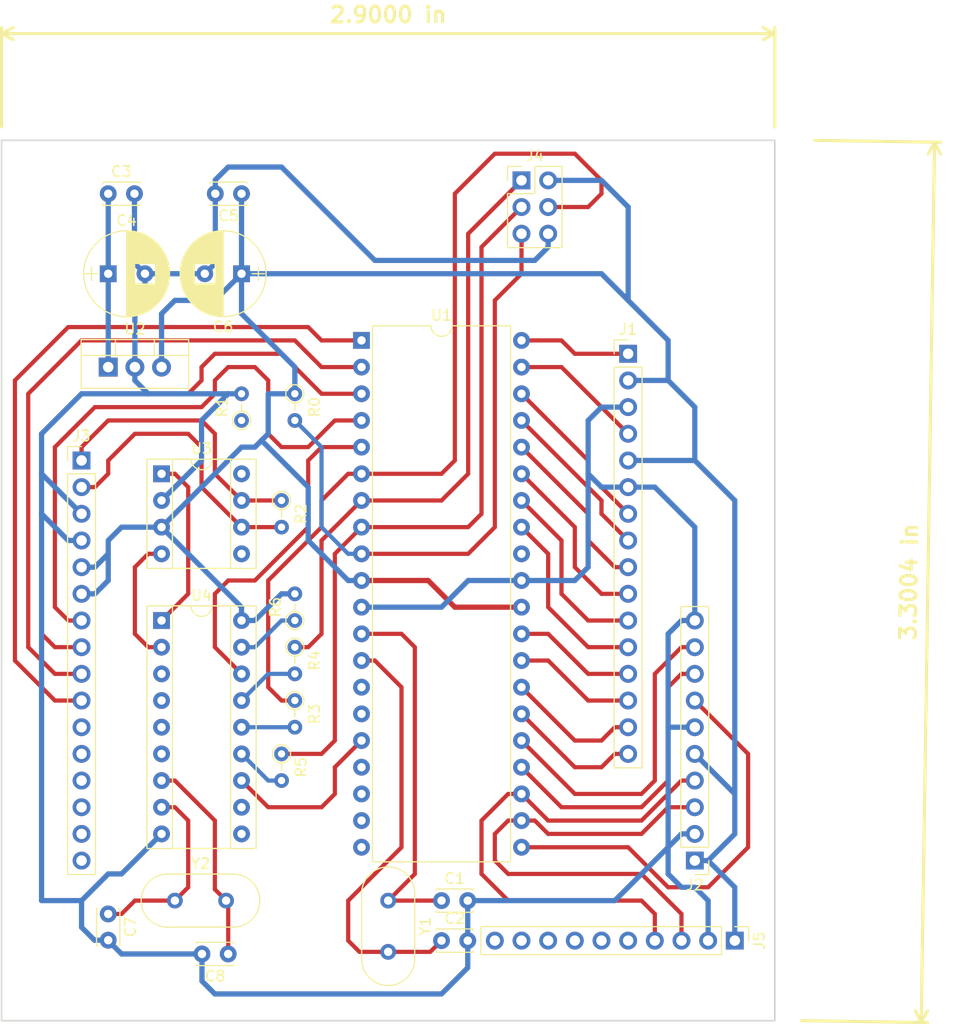
<source format=kicad_pcb>
(kicad_pcb (version 4) (host pcbnew 4.0.6)

  (general
    (links 92)
    (no_connects 1)
    (area 36.754999 3.65 132.922984 100.543756)
    (thickness 1.6)
    (drawings 7)
    (tracks 371)
    (zones 0)
    (modules 26)
    (nets 70)
  )

  (page User 150.012 150.012)
  (layers
    (0 F.Cu signal)
    (31 B.Cu signal)
    (32 B.Adhes user hide)
    (33 F.Adhes user hide)
    (34 B.Paste user hide)
    (35 F.Paste user hide)
    (36 B.SilkS user hide)
    (37 F.SilkS user)
    (38 B.Mask user hide)
    (39 F.Mask user hide)
    (40 Dwgs.User user hide)
    (41 Cmts.User user hide)
    (42 Eco1.User user hide)
    (43 Eco2.User user hide)
    (44 Edge.Cuts user)
    (45 Margin user hide)
    (46 B.CrtYd user hide)
    (47 F.CrtYd user hide)
    (48 B.Fab user hide)
    (49 F.Fab user hide)
  )

  (setup
    (last_trace_width 0.5)
    (user_trace_width 0.3)
    (user_trace_width 0.4)
    (user_trace_width 0.5)
    (trace_clearance 0.2)
    (zone_clearance 0.508)
    (zone_45_only no)
    (trace_min 0.2)
    (segment_width 0.2)
    (edge_width 0.15)
    (via_size 0.6)
    (via_drill 0.4)
    (via_min_size 0.4)
    (via_min_drill 0.3)
    (uvia_size 0.3)
    (uvia_drill 0.1)
    (uvias_allowed no)
    (uvia_min_size 0.2)
    (uvia_min_drill 0.1)
    (pcb_text_width 0.3)
    (pcb_text_size 1.5 1.5)
    (mod_edge_width 0.15)
    (mod_text_size 1 1)
    (mod_text_width 0.15)
    (pad_size 1.524 1.524)
    (pad_drill 0.762)
    (pad_to_mask_clearance 0.2)
    (aux_axis_origin 0 0)
    (visible_elements 7FFFFFFF)
    (pcbplotparams
      (layerselection 0x01020_80000001)
      (usegerberextensions false)
      (excludeedgelayer true)
      (linewidth 0.100000)
      (plotframeref false)
      (viasonmask false)
      (mode 1)
      (useauxorigin false)
      (hpglpennumber 1)
      (hpglpenspeed 20)
      (hpglpendiameter 15)
      (hpglpenoverlay 2)
      (psnegative false)
      (psa4output false)
      (plotreference true)
      (plotvalue true)
      (plotinvisibletext false)
      (padsonsilk false)
      (subtractmaskfromsilk false)
      (outputformat 1)
      (mirror false)
      (drillshape 0)
      (scaleselection 1)
      (outputdirectory ""))
  )

  (net 0 "")
  (net 1 "Net-(C1-Pad1)")
  (net 2 "Net-(C2-Pad1)")
  (net 3 +12V)
  (net 4 GND)
  (net 5 +5V)
  (net 6 "Net-(C7-Pad1)")
  (net 7 "Net-(C8-Pad1)")
  (net 8 /sus_left)
  (net 9 /sus_right)
  (net 10 /steering_0)
  (net 11 /steering_1)
  (net 12 /steering_2)
  (net 13 /steering_3)
  (net 14 /steering_4)
  (net 15 /steering_5)
  (net 16 /steering_6)
  (net 17 /steering_7)
  (net 18 /steering_8)
  (net 19 /steering_9)
  (net 20 /SCL)
  (net 21 /SDA)
  (net 22 /speed)
  (net 23 /right_motor)
  (net 24 /left_motor)
  (net 25 /CANH)
  (net 26 /CANL)
  (net 27 "Net-(J3-Pad11)")
  (net 28 "Net-(J3-Pad12)")
  (net 29 "Net-(J3-Pad13)")
  (net 30 "Net-(J3-Pad14)")
  (net 31 "Net-(J3-Pad15)")
  (net 32 "Net-(J3-Pad16)")
  (net 33 "Net-(R1-Pad1)")
  (net 34 /MOSI)
  (net 35 "Net-(R3-Pad2)")
  (net 36 /MISO)
  (net 37 "Net-(R4-Pad2)")
  (net 38 "Net-(R5-Pad2)")
  (net 39 "Net-(R6-Pad1)")
  (net 40 /SS)
  (net 41 /SCK)
  (net 42 "Net-(U1-Pad32)")
  (net 43 "Net-(U3-Pad1)")
  (net 44 "Net-(U3-Pad5)")
  (net 45 "Net-(U3-Pad4)")
  (net 46 "Net-(U4-Pad10)")
  (net 47 "Net-(U4-Pad11)")
  (net 48 "Net-(U4-Pad3)")
  (net 49 "Net-(U4-Pad4)")
  (net 50 "Net-(U4-Pad5)")
  (net 51 "Net-(U4-Pad6)")
  (net 52 /INT)
  (net 53 /RESET)
  (net 54 /PD0)
  (net 55 /PD1)
  (net 56 /PD3)
  (net 57 /PB0)
  (net 58 /PB1)
  (net 59 /PB2)
  (net 60 /PB3)
  (net 61 /PD4)
  (net 62 /PD5)
  (net 63 /PD7)
  (net 64 "Net-(J5-Pad5)")
  (net 65 "Net-(J5-Pad6)")
  (net 66 "Net-(J5-Pad7)")
  (net 67 "Net-(J5-Pad8)")
  (net 68 "Net-(J5-Pad9)")
  (net 69 "Net-(J5-Pad10)")

  (net_class Default "This is the default net class."
    (clearance 0.2)
    (trace_width 0.25)
    (via_dia 0.6)
    (via_drill 0.4)
    (uvia_dia 0.3)
    (uvia_drill 0.1)
    (add_net +12V)
    (add_net +5V)
    (add_net /CANH)
    (add_net /CANL)
    (add_net /INT)
    (add_net /MISO)
    (add_net /MOSI)
    (add_net /PB0)
    (add_net /PB1)
    (add_net /PB2)
    (add_net /PB3)
    (add_net /PD0)
    (add_net /PD1)
    (add_net /PD3)
    (add_net /PD4)
    (add_net /PD5)
    (add_net /PD7)
    (add_net /RESET)
    (add_net /SCK)
    (add_net /SCL)
    (add_net /SDA)
    (add_net /SS)
    (add_net /left_motor)
    (add_net /right_motor)
    (add_net /speed)
    (add_net /steering_0)
    (add_net /steering_1)
    (add_net /steering_2)
    (add_net /steering_3)
    (add_net /steering_4)
    (add_net /steering_5)
    (add_net /steering_6)
    (add_net /steering_7)
    (add_net /steering_8)
    (add_net /steering_9)
    (add_net /sus_left)
    (add_net /sus_right)
    (add_net GND)
    (add_net "Net-(C1-Pad1)")
    (add_net "Net-(C2-Pad1)")
    (add_net "Net-(C7-Pad1)")
    (add_net "Net-(C8-Pad1)")
    (add_net "Net-(J3-Pad11)")
    (add_net "Net-(J3-Pad12)")
    (add_net "Net-(J3-Pad13)")
    (add_net "Net-(J3-Pad14)")
    (add_net "Net-(J3-Pad15)")
    (add_net "Net-(J3-Pad16)")
    (add_net "Net-(J5-Pad10)")
    (add_net "Net-(J5-Pad5)")
    (add_net "Net-(J5-Pad6)")
    (add_net "Net-(J5-Pad7)")
    (add_net "Net-(J5-Pad8)")
    (add_net "Net-(J5-Pad9)")
    (add_net "Net-(R1-Pad1)")
    (add_net "Net-(R3-Pad2)")
    (add_net "Net-(R4-Pad2)")
    (add_net "Net-(R5-Pad2)")
    (add_net "Net-(R6-Pad1)")
    (add_net "Net-(U1-Pad32)")
    (add_net "Net-(U3-Pad1)")
    (add_net "Net-(U3-Pad4)")
    (add_net "Net-(U3-Pad5)")
    (add_net "Net-(U4-Pad10)")
    (add_net "Net-(U4-Pad11)")
    (add_net "Net-(U4-Pad3)")
    (add_net "Net-(U4-Pad4)")
    (add_net "Net-(U4-Pad5)")
    (add_net "Net-(U4-Pad6)")
  )

  (net_class d ""
    (clearance 0.2)
    (trace_width 0.3)
    (via_dia 0.6)
    (via_drill 0.4)
    (uvia_dia 0.3)
    (uvia_drill 0.1)
  )

  (module Capacitors_THT:CP_Radial_D8.0mm_P3.50mm (layer F.Cu) (tedit 5920C257) (tstamp 59466250)
    (at 46.99 29.21)
    (descr "CP, Radial series, Radial, pin pitch=3.50mm, , diameter=8mm, Electrolytic Capacitor")
    (tags "CP Radial series Radial pin pitch 3.50mm  diameter 8mm Electrolytic Capacitor")
    (path /59459C94)
    (fp_text reference C4 (at 1.75 -5.06) (layer F.SilkS)
      (effects (font (size 1 1) (thickness 0.15)))
    )
    (fp_text value CP (at 1.75 5.06) (layer F.Fab)
      (effects (font (size 1 1) (thickness 0.15)))
    )
    (fp_text user %R (at 1.75 0) (layer F.Fab)
      (effects (font (size 1 1) (thickness 0.15)))
    )
    (fp_line (start -2.2 0) (end -1 0) (layer F.Fab) (width 0.1))
    (fp_line (start -1.6 -0.65) (end -1.6 0.65) (layer F.Fab) (width 0.1))
    (fp_line (start 1.75 -4.05) (end 1.75 4.05) (layer F.SilkS) (width 0.12))
    (fp_line (start 1.79 -4.05) (end 1.79 4.05) (layer F.SilkS) (width 0.12))
    (fp_line (start 1.83 -4.05) (end 1.83 4.05) (layer F.SilkS) (width 0.12))
    (fp_line (start 1.87 -4.049) (end 1.87 4.049) (layer F.SilkS) (width 0.12))
    (fp_line (start 1.91 -4.047) (end 1.91 4.047) (layer F.SilkS) (width 0.12))
    (fp_line (start 1.95 -4.046) (end 1.95 4.046) (layer F.SilkS) (width 0.12))
    (fp_line (start 1.99 -4.043) (end 1.99 4.043) (layer F.SilkS) (width 0.12))
    (fp_line (start 2.03 -4.041) (end 2.03 4.041) (layer F.SilkS) (width 0.12))
    (fp_line (start 2.07 -4.038) (end 2.07 4.038) (layer F.SilkS) (width 0.12))
    (fp_line (start 2.11 -4.035) (end 2.11 4.035) (layer F.SilkS) (width 0.12))
    (fp_line (start 2.15 -4.031) (end 2.15 4.031) (layer F.SilkS) (width 0.12))
    (fp_line (start 2.19 -4.027) (end 2.19 4.027) (layer F.SilkS) (width 0.12))
    (fp_line (start 2.23 -4.022) (end 2.23 4.022) (layer F.SilkS) (width 0.12))
    (fp_line (start 2.27 -4.017) (end 2.27 4.017) (layer F.SilkS) (width 0.12))
    (fp_line (start 2.31 -4.012) (end 2.31 4.012) (layer F.SilkS) (width 0.12))
    (fp_line (start 2.35 -4.006) (end 2.35 4.006) (layer F.SilkS) (width 0.12))
    (fp_line (start 2.39 -4) (end 2.39 4) (layer F.SilkS) (width 0.12))
    (fp_line (start 2.43 -3.994) (end 2.43 3.994) (layer F.SilkS) (width 0.12))
    (fp_line (start 2.471 -3.987) (end 2.471 3.987) (layer F.SilkS) (width 0.12))
    (fp_line (start 2.511 -3.979) (end 2.511 3.979) (layer F.SilkS) (width 0.12))
    (fp_line (start 2.551 -3.971) (end 2.551 -0.98) (layer F.SilkS) (width 0.12))
    (fp_line (start 2.551 0.98) (end 2.551 3.971) (layer F.SilkS) (width 0.12))
    (fp_line (start 2.591 -3.963) (end 2.591 -0.98) (layer F.SilkS) (width 0.12))
    (fp_line (start 2.591 0.98) (end 2.591 3.963) (layer F.SilkS) (width 0.12))
    (fp_line (start 2.631 -3.955) (end 2.631 -0.98) (layer F.SilkS) (width 0.12))
    (fp_line (start 2.631 0.98) (end 2.631 3.955) (layer F.SilkS) (width 0.12))
    (fp_line (start 2.671 -3.946) (end 2.671 -0.98) (layer F.SilkS) (width 0.12))
    (fp_line (start 2.671 0.98) (end 2.671 3.946) (layer F.SilkS) (width 0.12))
    (fp_line (start 2.711 -3.936) (end 2.711 -0.98) (layer F.SilkS) (width 0.12))
    (fp_line (start 2.711 0.98) (end 2.711 3.936) (layer F.SilkS) (width 0.12))
    (fp_line (start 2.751 -3.926) (end 2.751 -0.98) (layer F.SilkS) (width 0.12))
    (fp_line (start 2.751 0.98) (end 2.751 3.926) (layer F.SilkS) (width 0.12))
    (fp_line (start 2.791 -3.916) (end 2.791 -0.98) (layer F.SilkS) (width 0.12))
    (fp_line (start 2.791 0.98) (end 2.791 3.916) (layer F.SilkS) (width 0.12))
    (fp_line (start 2.831 -3.905) (end 2.831 -0.98) (layer F.SilkS) (width 0.12))
    (fp_line (start 2.831 0.98) (end 2.831 3.905) (layer F.SilkS) (width 0.12))
    (fp_line (start 2.871 -3.894) (end 2.871 -0.98) (layer F.SilkS) (width 0.12))
    (fp_line (start 2.871 0.98) (end 2.871 3.894) (layer F.SilkS) (width 0.12))
    (fp_line (start 2.911 -3.883) (end 2.911 -0.98) (layer F.SilkS) (width 0.12))
    (fp_line (start 2.911 0.98) (end 2.911 3.883) (layer F.SilkS) (width 0.12))
    (fp_line (start 2.951 -3.87) (end 2.951 -0.98) (layer F.SilkS) (width 0.12))
    (fp_line (start 2.951 0.98) (end 2.951 3.87) (layer F.SilkS) (width 0.12))
    (fp_line (start 2.991 -3.858) (end 2.991 -0.98) (layer F.SilkS) (width 0.12))
    (fp_line (start 2.991 0.98) (end 2.991 3.858) (layer F.SilkS) (width 0.12))
    (fp_line (start 3.031 -3.845) (end 3.031 -0.98) (layer F.SilkS) (width 0.12))
    (fp_line (start 3.031 0.98) (end 3.031 3.845) (layer F.SilkS) (width 0.12))
    (fp_line (start 3.071 -3.832) (end 3.071 -0.98) (layer F.SilkS) (width 0.12))
    (fp_line (start 3.071 0.98) (end 3.071 3.832) (layer F.SilkS) (width 0.12))
    (fp_line (start 3.111 -3.818) (end 3.111 -0.98) (layer F.SilkS) (width 0.12))
    (fp_line (start 3.111 0.98) (end 3.111 3.818) (layer F.SilkS) (width 0.12))
    (fp_line (start 3.151 -3.803) (end 3.151 -0.98) (layer F.SilkS) (width 0.12))
    (fp_line (start 3.151 0.98) (end 3.151 3.803) (layer F.SilkS) (width 0.12))
    (fp_line (start 3.191 -3.789) (end 3.191 -0.98) (layer F.SilkS) (width 0.12))
    (fp_line (start 3.191 0.98) (end 3.191 3.789) (layer F.SilkS) (width 0.12))
    (fp_line (start 3.231 -3.773) (end 3.231 -0.98) (layer F.SilkS) (width 0.12))
    (fp_line (start 3.231 0.98) (end 3.231 3.773) (layer F.SilkS) (width 0.12))
    (fp_line (start 3.271 -3.758) (end 3.271 -0.98) (layer F.SilkS) (width 0.12))
    (fp_line (start 3.271 0.98) (end 3.271 3.758) (layer F.SilkS) (width 0.12))
    (fp_line (start 3.311 -3.741) (end 3.311 -0.98) (layer F.SilkS) (width 0.12))
    (fp_line (start 3.311 0.98) (end 3.311 3.741) (layer F.SilkS) (width 0.12))
    (fp_line (start 3.351 -3.725) (end 3.351 -0.98) (layer F.SilkS) (width 0.12))
    (fp_line (start 3.351 0.98) (end 3.351 3.725) (layer F.SilkS) (width 0.12))
    (fp_line (start 3.391 -3.707) (end 3.391 -0.98) (layer F.SilkS) (width 0.12))
    (fp_line (start 3.391 0.98) (end 3.391 3.707) (layer F.SilkS) (width 0.12))
    (fp_line (start 3.431 -3.69) (end 3.431 -0.98) (layer F.SilkS) (width 0.12))
    (fp_line (start 3.431 0.98) (end 3.431 3.69) (layer F.SilkS) (width 0.12))
    (fp_line (start 3.471 -3.671) (end 3.471 -0.98) (layer F.SilkS) (width 0.12))
    (fp_line (start 3.471 0.98) (end 3.471 3.671) (layer F.SilkS) (width 0.12))
    (fp_line (start 3.511 -3.652) (end 3.511 -0.98) (layer F.SilkS) (width 0.12))
    (fp_line (start 3.511 0.98) (end 3.511 3.652) (layer F.SilkS) (width 0.12))
    (fp_line (start 3.551 -3.633) (end 3.551 -0.98) (layer F.SilkS) (width 0.12))
    (fp_line (start 3.551 0.98) (end 3.551 3.633) (layer F.SilkS) (width 0.12))
    (fp_line (start 3.591 -3.613) (end 3.591 -0.98) (layer F.SilkS) (width 0.12))
    (fp_line (start 3.591 0.98) (end 3.591 3.613) (layer F.SilkS) (width 0.12))
    (fp_line (start 3.631 -3.593) (end 3.631 -0.98) (layer F.SilkS) (width 0.12))
    (fp_line (start 3.631 0.98) (end 3.631 3.593) (layer F.SilkS) (width 0.12))
    (fp_line (start 3.671 -3.572) (end 3.671 -0.98) (layer F.SilkS) (width 0.12))
    (fp_line (start 3.671 0.98) (end 3.671 3.572) (layer F.SilkS) (width 0.12))
    (fp_line (start 3.711 -3.55) (end 3.711 -0.98) (layer F.SilkS) (width 0.12))
    (fp_line (start 3.711 0.98) (end 3.711 3.55) (layer F.SilkS) (width 0.12))
    (fp_line (start 3.751 -3.528) (end 3.751 -0.98) (layer F.SilkS) (width 0.12))
    (fp_line (start 3.751 0.98) (end 3.751 3.528) (layer F.SilkS) (width 0.12))
    (fp_line (start 3.791 -3.505) (end 3.791 -0.98) (layer F.SilkS) (width 0.12))
    (fp_line (start 3.791 0.98) (end 3.791 3.505) (layer F.SilkS) (width 0.12))
    (fp_line (start 3.831 -3.482) (end 3.831 -0.98) (layer F.SilkS) (width 0.12))
    (fp_line (start 3.831 0.98) (end 3.831 3.482) (layer F.SilkS) (width 0.12))
    (fp_line (start 3.871 -3.458) (end 3.871 -0.98) (layer F.SilkS) (width 0.12))
    (fp_line (start 3.871 0.98) (end 3.871 3.458) (layer F.SilkS) (width 0.12))
    (fp_line (start 3.911 -3.434) (end 3.911 -0.98) (layer F.SilkS) (width 0.12))
    (fp_line (start 3.911 0.98) (end 3.911 3.434) (layer F.SilkS) (width 0.12))
    (fp_line (start 3.951 -3.408) (end 3.951 -0.98) (layer F.SilkS) (width 0.12))
    (fp_line (start 3.951 0.98) (end 3.951 3.408) (layer F.SilkS) (width 0.12))
    (fp_line (start 3.991 -3.383) (end 3.991 -0.98) (layer F.SilkS) (width 0.12))
    (fp_line (start 3.991 0.98) (end 3.991 3.383) (layer F.SilkS) (width 0.12))
    (fp_line (start 4.031 -3.356) (end 4.031 -0.98) (layer F.SilkS) (width 0.12))
    (fp_line (start 4.031 0.98) (end 4.031 3.356) (layer F.SilkS) (width 0.12))
    (fp_line (start 4.071 -3.329) (end 4.071 -0.98) (layer F.SilkS) (width 0.12))
    (fp_line (start 4.071 0.98) (end 4.071 3.329) (layer F.SilkS) (width 0.12))
    (fp_line (start 4.111 -3.301) (end 4.111 -0.98) (layer F.SilkS) (width 0.12))
    (fp_line (start 4.111 0.98) (end 4.111 3.301) (layer F.SilkS) (width 0.12))
    (fp_line (start 4.151 -3.272) (end 4.151 -0.98) (layer F.SilkS) (width 0.12))
    (fp_line (start 4.151 0.98) (end 4.151 3.272) (layer F.SilkS) (width 0.12))
    (fp_line (start 4.191 -3.243) (end 4.191 -0.98) (layer F.SilkS) (width 0.12))
    (fp_line (start 4.191 0.98) (end 4.191 3.243) (layer F.SilkS) (width 0.12))
    (fp_line (start 4.231 -3.213) (end 4.231 -0.98) (layer F.SilkS) (width 0.12))
    (fp_line (start 4.231 0.98) (end 4.231 3.213) (layer F.SilkS) (width 0.12))
    (fp_line (start 4.271 -3.182) (end 4.271 -0.98) (layer F.SilkS) (width 0.12))
    (fp_line (start 4.271 0.98) (end 4.271 3.182) (layer F.SilkS) (width 0.12))
    (fp_line (start 4.311 -3.15) (end 4.311 -0.98) (layer F.SilkS) (width 0.12))
    (fp_line (start 4.311 0.98) (end 4.311 3.15) (layer F.SilkS) (width 0.12))
    (fp_line (start 4.351 -3.118) (end 4.351 -0.98) (layer F.SilkS) (width 0.12))
    (fp_line (start 4.351 0.98) (end 4.351 3.118) (layer F.SilkS) (width 0.12))
    (fp_line (start 4.391 -3.084) (end 4.391 -0.98) (layer F.SilkS) (width 0.12))
    (fp_line (start 4.391 0.98) (end 4.391 3.084) (layer F.SilkS) (width 0.12))
    (fp_line (start 4.431 -3.05) (end 4.431 -0.98) (layer F.SilkS) (width 0.12))
    (fp_line (start 4.431 0.98) (end 4.431 3.05) (layer F.SilkS) (width 0.12))
    (fp_line (start 4.471 -3.015) (end 4.471 -0.98) (layer F.SilkS) (width 0.12))
    (fp_line (start 4.471 0.98) (end 4.471 3.015) (layer F.SilkS) (width 0.12))
    (fp_line (start 4.511 -2.979) (end 4.511 2.979) (layer F.SilkS) (width 0.12))
    (fp_line (start 4.551 -2.942) (end 4.551 2.942) (layer F.SilkS) (width 0.12))
    (fp_line (start 4.591 -2.904) (end 4.591 2.904) (layer F.SilkS) (width 0.12))
    (fp_line (start 4.631 -2.865) (end 4.631 2.865) (layer F.SilkS) (width 0.12))
    (fp_line (start 4.671 -2.824) (end 4.671 2.824) (layer F.SilkS) (width 0.12))
    (fp_line (start 4.711 -2.783) (end 4.711 2.783) (layer F.SilkS) (width 0.12))
    (fp_line (start 4.751 -2.74) (end 4.751 2.74) (layer F.SilkS) (width 0.12))
    (fp_line (start 4.791 -2.697) (end 4.791 2.697) (layer F.SilkS) (width 0.12))
    (fp_line (start 4.831 -2.652) (end 4.831 2.652) (layer F.SilkS) (width 0.12))
    (fp_line (start 4.871 -2.605) (end 4.871 2.605) (layer F.SilkS) (width 0.12))
    (fp_line (start 4.911 -2.557) (end 4.911 2.557) (layer F.SilkS) (width 0.12))
    (fp_line (start 4.951 -2.508) (end 4.951 2.508) (layer F.SilkS) (width 0.12))
    (fp_line (start 4.991 -2.457) (end 4.991 2.457) (layer F.SilkS) (width 0.12))
    (fp_line (start 5.031 -2.404) (end 5.031 2.404) (layer F.SilkS) (width 0.12))
    (fp_line (start 5.071 -2.349) (end 5.071 2.349) (layer F.SilkS) (width 0.12))
    (fp_line (start 5.111 -2.293) (end 5.111 2.293) (layer F.SilkS) (width 0.12))
    (fp_line (start 5.151 -2.234) (end 5.151 2.234) (layer F.SilkS) (width 0.12))
    (fp_line (start 5.191 -2.173) (end 5.191 2.173) (layer F.SilkS) (width 0.12))
    (fp_line (start 5.231 -2.109) (end 5.231 2.109) (layer F.SilkS) (width 0.12))
    (fp_line (start 5.271 -2.043) (end 5.271 2.043) (layer F.SilkS) (width 0.12))
    (fp_line (start 5.311 -1.974) (end 5.311 1.974) (layer F.SilkS) (width 0.12))
    (fp_line (start 5.351 -1.902) (end 5.351 1.902) (layer F.SilkS) (width 0.12))
    (fp_line (start 5.391 -1.826) (end 5.391 1.826) (layer F.SilkS) (width 0.12))
    (fp_line (start 5.431 -1.745) (end 5.431 1.745) (layer F.SilkS) (width 0.12))
    (fp_line (start 5.471 -1.66) (end 5.471 1.66) (layer F.SilkS) (width 0.12))
    (fp_line (start 5.511 -1.57) (end 5.511 1.57) (layer F.SilkS) (width 0.12))
    (fp_line (start 5.551 -1.473) (end 5.551 1.473) (layer F.SilkS) (width 0.12))
    (fp_line (start 5.591 -1.369) (end 5.591 1.369) (layer F.SilkS) (width 0.12))
    (fp_line (start 5.631 -1.254) (end 5.631 1.254) (layer F.SilkS) (width 0.12))
    (fp_line (start 5.671 -1.127) (end 5.671 1.127) (layer F.SilkS) (width 0.12))
    (fp_line (start 5.711 -0.983) (end 5.711 0.983) (layer F.SilkS) (width 0.12))
    (fp_line (start 5.751 -0.814) (end 5.751 0.814) (layer F.SilkS) (width 0.12))
    (fp_line (start 5.791 -0.598) (end 5.791 0.598) (layer F.SilkS) (width 0.12))
    (fp_line (start 5.831 -0.246) (end 5.831 0.246) (layer F.SilkS) (width 0.12))
    (fp_line (start -2.2 0) (end -1 0) (layer F.SilkS) (width 0.12))
    (fp_line (start -1.6 -0.65) (end -1.6 0.65) (layer F.SilkS) (width 0.12))
    (fp_line (start -2.6 -4.35) (end -2.6 4.35) (layer F.CrtYd) (width 0.05))
    (fp_line (start -2.6 4.35) (end 6.1 4.35) (layer F.CrtYd) (width 0.05))
    (fp_line (start 6.1 4.35) (end 6.1 -4.35) (layer F.CrtYd) (width 0.05))
    (fp_line (start 6.1 -4.35) (end -2.6 -4.35) (layer F.CrtYd) (width 0.05))
    (fp_circle (center 1.75 0) (end 5.75 0) (layer F.Fab) (width 0.1))
    (fp_circle (center 1.75 0) (end 5.84 0) (layer F.SilkS) (width 0.12))
    (pad 1 thru_hole rect (at 0 0) (size 1.6 1.6) (drill 0.8) (layers *.Cu *.Mask)
      (net 3 +12V))
    (pad 2 thru_hole circle (at 3.5 0) (size 1.6 1.6) (drill 0.8) (layers *.Cu *.Mask)
      (net 4 GND))
    (model ${KISYS3DMOD}/Capacitors_THT.3dshapes/CP_Radial_D8.0mm_P3.50mm.wrl
      (at (xyz 0 0 0))
      (scale (xyz 1 1 1))
      (rotate (xyz 0 0 0))
    )
  )

  (module Capacitors_THT:C_Disc_D3.4mm_W2.1mm_P2.50mm (layer F.Cu) (tedit 5920C254) (tstamp 5946623E)
    (at 78.74 88.9)
    (descr "C, Disc series, Radial, pin pitch=2.50mm, , diameter*width=3.4*2.1mm^2, Capacitor, http://www.vishay.com/docs/45233/krseries.pdf")
    (tags "C Disc series Radial pin pitch 2.50mm  diameter 3.4mm width 2.1mm Capacitor")
    (path /5945930E)
    (fp_text reference C1 (at 1.25 -2.11) (layer F.SilkS)
      (effects (font (size 1 1) (thickness 0.15)))
    )
    (fp_text value C (at 1.25 2.11) (layer F.Fab)
      (effects (font (size 1 1) (thickness 0.15)))
    )
    (fp_text user %R (at 1.25 0) (layer F.Fab)
      (effects (font (size 0.8 0.8) (thickness 0.12)))
    )
    (fp_line (start -0.45 -1.05) (end -0.45 1.05) (layer F.Fab) (width 0.1))
    (fp_line (start -0.45 1.05) (end 2.95 1.05) (layer F.Fab) (width 0.1))
    (fp_line (start 2.95 1.05) (end 2.95 -1.05) (layer F.Fab) (width 0.1))
    (fp_line (start 2.95 -1.05) (end -0.45 -1.05) (layer F.Fab) (width 0.1))
    (fp_line (start -0.51 -1.11) (end 3.01 -1.11) (layer F.SilkS) (width 0.12))
    (fp_line (start -0.51 1.11) (end 3.01 1.11) (layer F.SilkS) (width 0.12))
    (fp_line (start -0.51 -1.11) (end -0.51 -0.996) (layer F.SilkS) (width 0.12))
    (fp_line (start -0.51 0.996) (end -0.51 1.11) (layer F.SilkS) (width 0.12))
    (fp_line (start 3.01 -1.11) (end 3.01 -0.996) (layer F.SilkS) (width 0.12))
    (fp_line (start 3.01 0.996) (end 3.01 1.11) (layer F.SilkS) (width 0.12))
    (fp_line (start -1.05 -1.4) (end -1.05 1.4) (layer F.CrtYd) (width 0.05))
    (fp_line (start -1.05 1.4) (end 3.55 1.4) (layer F.CrtYd) (width 0.05))
    (fp_line (start 3.55 1.4) (end 3.55 -1.4) (layer F.CrtYd) (width 0.05))
    (fp_line (start 3.55 -1.4) (end -1.05 -1.4) (layer F.CrtYd) (width 0.05))
    (pad 1 thru_hole circle (at 0 0) (size 1.6 1.6) (drill 0.8) (layers *.Cu *.Mask)
      (net 1 "Net-(C1-Pad1)"))
    (pad 2 thru_hole circle (at 2.5 0) (size 1.6 1.6) (drill 0.8) (layers *.Cu *.Mask)
      (net 4 GND))
    (model ${KISYS3DMOD}/Capacitors_THT.3dshapes/C_Disc_D3.4mm_W2.1mm_P2.50mm.wrl
      (at (xyz 0 0 0))
      (scale (xyz 0.393701 0.393701 0.393701))
      (rotate (xyz 0 0 0))
    )
  )

  (module Capacitors_THT:C_Disc_D3.4mm_W2.1mm_P2.50mm (layer F.Cu) (tedit 5920C254) (tstamp 59466244)
    (at 78.74 92.71)
    (descr "C, Disc series, Radial, pin pitch=2.50mm, , diameter*width=3.4*2.1mm^2, Capacitor, http://www.vishay.com/docs/45233/krseries.pdf")
    (tags "C Disc series Radial pin pitch 2.50mm  diameter 3.4mm width 2.1mm Capacitor")
    (path /59459380)
    (fp_text reference C2 (at 1.25 -2.11) (layer F.SilkS)
      (effects (font (size 1 1) (thickness 0.15)))
    )
    (fp_text value C (at 1.25 2.11) (layer F.Fab)
      (effects (font (size 1 1) (thickness 0.15)))
    )
    (fp_text user %R (at 1.25 0) (layer F.Fab)
      (effects (font (size 0.8 0.8) (thickness 0.12)))
    )
    (fp_line (start -0.45 -1.05) (end -0.45 1.05) (layer F.Fab) (width 0.1))
    (fp_line (start -0.45 1.05) (end 2.95 1.05) (layer F.Fab) (width 0.1))
    (fp_line (start 2.95 1.05) (end 2.95 -1.05) (layer F.Fab) (width 0.1))
    (fp_line (start 2.95 -1.05) (end -0.45 -1.05) (layer F.Fab) (width 0.1))
    (fp_line (start -0.51 -1.11) (end 3.01 -1.11) (layer F.SilkS) (width 0.12))
    (fp_line (start -0.51 1.11) (end 3.01 1.11) (layer F.SilkS) (width 0.12))
    (fp_line (start -0.51 -1.11) (end -0.51 -0.996) (layer F.SilkS) (width 0.12))
    (fp_line (start -0.51 0.996) (end -0.51 1.11) (layer F.SilkS) (width 0.12))
    (fp_line (start 3.01 -1.11) (end 3.01 -0.996) (layer F.SilkS) (width 0.12))
    (fp_line (start 3.01 0.996) (end 3.01 1.11) (layer F.SilkS) (width 0.12))
    (fp_line (start -1.05 -1.4) (end -1.05 1.4) (layer F.CrtYd) (width 0.05))
    (fp_line (start -1.05 1.4) (end 3.55 1.4) (layer F.CrtYd) (width 0.05))
    (fp_line (start 3.55 1.4) (end 3.55 -1.4) (layer F.CrtYd) (width 0.05))
    (fp_line (start 3.55 -1.4) (end -1.05 -1.4) (layer F.CrtYd) (width 0.05))
    (pad 1 thru_hole circle (at 0 0) (size 1.6 1.6) (drill 0.8) (layers *.Cu *.Mask)
      (net 2 "Net-(C2-Pad1)"))
    (pad 2 thru_hole circle (at 2.5 0) (size 1.6 1.6) (drill 0.8) (layers *.Cu *.Mask)
      (net 4 GND))
    (model ${KISYS3DMOD}/Capacitors_THT.3dshapes/C_Disc_D3.4mm_W2.1mm_P2.50mm.wrl
      (at (xyz 0 0 0))
      (scale (xyz 0.393701 0.393701 0.393701))
      (rotate (xyz 0 0 0))
    )
  )

  (module Capacitors_THT:C_Disc_D3.4mm_W2.1mm_P2.50mm (layer F.Cu) (tedit 5920C254) (tstamp 5946624A)
    (at 46.99 21.59)
    (descr "C, Disc series, Radial, pin pitch=2.50mm, , diameter*width=3.4*2.1mm^2, Capacitor, http://www.vishay.com/docs/45233/krseries.pdf")
    (tags "C Disc series Radial pin pitch 2.50mm  diameter 3.4mm width 2.1mm Capacitor")
    (path /59459B9D)
    (fp_text reference C3 (at 1.25 -2.11) (layer F.SilkS)
      (effects (font (size 1 1) (thickness 0.15)))
    )
    (fp_text value C (at 1.25 2.11) (layer F.Fab)
      (effects (font (size 1 1) (thickness 0.15)))
    )
    (fp_text user %R (at 1.25 0) (layer F.Fab)
      (effects (font (size 0.8 0.8) (thickness 0.12)))
    )
    (fp_line (start -0.45 -1.05) (end -0.45 1.05) (layer F.Fab) (width 0.1))
    (fp_line (start -0.45 1.05) (end 2.95 1.05) (layer F.Fab) (width 0.1))
    (fp_line (start 2.95 1.05) (end 2.95 -1.05) (layer F.Fab) (width 0.1))
    (fp_line (start 2.95 -1.05) (end -0.45 -1.05) (layer F.Fab) (width 0.1))
    (fp_line (start -0.51 -1.11) (end 3.01 -1.11) (layer F.SilkS) (width 0.12))
    (fp_line (start -0.51 1.11) (end 3.01 1.11) (layer F.SilkS) (width 0.12))
    (fp_line (start -0.51 -1.11) (end -0.51 -0.996) (layer F.SilkS) (width 0.12))
    (fp_line (start -0.51 0.996) (end -0.51 1.11) (layer F.SilkS) (width 0.12))
    (fp_line (start 3.01 -1.11) (end 3.01 -0.996) (layer F.SilkS) (width 0.12))
    (fp_line (start 3.01 0.996) (end 3.01 1.11) (layer F.SilkS) (width 0.12))
    (fp_line (start -1.05 -1.4) (end -1.05 1.4) (layer F.CrtYd) (width 0.05))
    (fp_line (start -1.05 1.4) (end 3.55 1.4) (layer F.CrtYd) (width 0.05))
    (fp_line (start 3.55 1.4) (end 3.55 -1.4) (layer F.CrtYd) (width 0.05))
    (fp_line (start 3.55 -1.4) (end -1.05 -1.4) (layer F.CrtYd) (width 0.05))
    (pad 1 thru_hole circle (at 0 0) (size 1.6 1.6) (drill 0.8) (layers *.Cu *.Mask)
      (net 3 +12V))
    (pad 2 thru_hole circle (at 2.5 0) (size 1.6 1.6) (drill 0.8) (layers *.Cu *.Mask)
      (net 4 GND))
    (model ${KISYS3DMOD}/Capacitors_THT.3dshapes/C_Disc_D3.4mm_W2.1mm_P2.50mm.wrl
      (at (xyz 0 0 0))
      (scale (xyz 0.393701 0.393701 0.393701))
      (rotate (xyz 0 0 0))
    )
  )

  (module Capacitors_THT:C_Disc_D3.4mm_W2.1mm_P2.50mm (layer F.Cu) (tedit 5920C254) (tstamp 59466256)
    (at 59.69 21.59 180)
    (descr "C, Disc series, Radial, pin pitch=2.50mm, , diameter*width=3.4*2.1mm^2, Capacitor, http://www.vishay.com/docs/45233/krseries.pdf")
    (tags "C Disc series Radial pin pitch 2.50mm  diameter 3.4mm width 2.1mm Capacitor")
    (path /59459C13)
    (fp_text reference C5 (at 1.25 -2.11 180) (layer F.SilkS)
      (effects (font (size 1 1) (thickness 0.15)))
    )
    (fp_text value C (at 1.25 2.11 180) (layer F.Fab)
      (effects (font (size 1 1) (thickness 0.15)))
    )
    (fp_text user %R (at 1.25 0 180) (layer F.Fab)
      (effects (font (size 0.8 0.8) (thickness 0.12)))
    )
    (fp_line (start -0.45 -1.05) (end -0.45 1.05) (layer F.Fab) (width 0.1))
    (fp_line (start -0.45 1.05) (end 2.95 1.05) (layer F.Fab) (width 0.1))
    (fp_line (start 2.95 1.05) (end 2.95 -1.05) (layer F.Fab) (width 0.1))
    (fp_line (start 2.95 -1.05) (end -0.45 -1.05) (layer F.Fab) (width 0.1))
    (fp_line (start -0.51 -1.11) (end 3.01 -1.11) (layer F.SilkS) (width 0.12))
    (fp_line (start -0.51 1.11) (end 3.01 1.11) (layer F.SilkS) (width 0.12))
    (fp_line (start -0.51 -1.11) (end -0.51 -0.996) (layer F.SilkS) (width 0.12))
    (fp_line (start -0.51 0.996) (end -0.51 1.11) (layer F.SilkS) (width 0.12))
    (fp_line (start 3.01 -1.11) (end 3.01 -0.996) (layer F.SilkS) (width 0.12))
    (fp_line (start 3.01 0.996) (end 3.01 1.11) (layer F.SilkS) (width 0.12))
    (fp_line (start -1.05 -1.4) (end -1.05 1.4) (layer F.CrtYd) (width 0.05))
    (fp_line (start -1.05 1.4) (end 3.55 1.4) (layer F.CrtYd) (width 0.05))
    (fp_line (start 3.55 1.4) (end 3.55 -1.4) (layer F.CrtYd) (width 0.05))
    (fp_line (start 3.55 -1.4) (end -1.05 -1.4) (layer F.CrtYd) (width 0.05))
    (pad 1 thru_hole circle (at 0 0 180) (size 1.6 1.6) (drill 0.8) (layers *.Cu *.Mask)
      (net 5 +5V))
    (pad 2 thru_hole circle (at 2.5 0 180) (size 1.6 1.6) (drill 0.8) (layers *.Cu *.Mask)
      (net 4 GND))
    (model ${KISYS3DMOD}/Capacitors_THT.3dshapes/C_Disc_D3.4mm_W2.1mm_P2.50mm.wrl
      (at (xyz 0 0 0))
      (scale (xyz 0.393701 0.393701 0.393701))
      (rotate (xyz 0 0 0))
    )
  )

  (module Capacitors_THT:CP_Radial_D8.0mm_P3.50mm (layer F.Cu) (tedit 5920C257) (tstamp 5946625C)
    (at 59.69 29.21 180)
    (descr "CP, Radial series, Radial, pin pitch=3.50mm, , diameter=8mm, Electrolytic Capacitor")
    (tags "CP Radial series Radial pin pitch 3.50mm  diameter 8mm Electrolytic Capacitor")
    (path /59459CE9)
    (fp_text reference C6 (at 1.75 -5.06 180) (layer F.SilkS)
      (effects (font (size 1 1) (thickness 0.15)))
    )
    (fp_text value CP (at 1.75 5.06 180) (layer F.Fab)
      (effects (font (size 1 1) (thickness 0.15)))
    )
    (fp_text user %R (at 1.75 0 180) (layer F.Fab)
      (effects (font (size 1 1) (thickness 0.15)))
    )
    (fp_line (start -2.2 0) (end -1 0) (layer F.Fab) (width 0.1))
    (fp_line (start -1.6 -0.65) (end -1.6 0.65) (layer F.Fab) (width 0.1))
    (fp_line (start 1.75 -4.05) (end 1.75 4.05) (layer F.SilkS) (width 0.12))
    (fp_line (start 1.79 -4.05) (end 1.79 4.05) (layer F.SilkS) (width 0.12))
    (fp_line (start 1.83 -4.05) (end 1.83 4.05) (layer F.SilkS) (width 0.12))
    (fp_line (start 1.87 -4.049) (end 1.87 4.049) (layer F.SilkS) (width 0.12))
    (fp_line (start 1.91 -4.047) (end 1.91 4.047) (layer F.SilkS) (width 0.12))
    (fp_line (start 1.95 -4.046) (end 1.95 4.046) (layer F.SilkS) (width 0.12))
    (fp_line (start 1.99 -4.043) (end 1.99 4.043) (layer F.SilkS) (width 0.12))
    (fp_line (start 2.03 -4.041) (end 2.03 4.041) (layer F.SilkS) (width 0.12))
    (fp_line (start 2.07 -4.038) (end 2.07 4.038) (layer F.SilkS) (width 0.12))
    (fp_line (start 2.11 -4.035) (end 2.11 4.035) (layer F.SilkS) (width 0.12))
    (fp_line (start 2.15 -4.031) (end 2.15 4.031) (layer F.SilkS) (width 0.12))
    (fp_line (start 2.19 -4.027) (end 2.19 4.027) (layer F.SilkS) (width 0.12))
    (fp_line (start 2.23 -4.022) (end 2.23 4.022) (layer F.SilkS) (width 0.12))
    (fp_line (start 2.27 -4.017) (end 2.27 4.017) (layer F.SilkS) (width 0.12))
    (fp_line (start 2.31 -4.012) (end 2.31 4.012) (layer F.SilkS) (width 0.12))
    (fp_line (start 2.35 -4.006) (end 2.35 4.006) (layer F.SilkS) (width 0.12))
    (fp_line (start 2.39 -4) (end 2.39 4) (layer F.SilkS) (width 0.12))
    (fp_line (start 2.43 -3.994) (end 2.43 3.994) (layer F.SilkS) (width 0.12))
    (fp_line (start 2.471 -3.987) (end 2.471 3.987) (layer F.SilkS) (width 0.12))
    (fp_line (start 2.511 -3.979) (end 2.511 3.979) (layer F.SilkS) (width 0.12))
    (fp_line (start 2.551 -3.971) (end 2.551 -0.98) (layer F.SilkS) (width 0.12))
    (fp_line (start 2.551 0.98) (end 2.551 3.971) (layer F.SilkS) (width 0.12))
    (fp_line (start 2.591 -3.963) (end 2.591 -0.98) (layer F.SilkS) (width 0.12))
    (fp_line (start 2.591 0.98) (end 2.591 3.963) (layer F.SilkS) (width 0.12))
    (fp_line (start 2.631 -3.955) (end 2.631 -0.98) (layer F.SilkS) (width 0.12))
    (fp_line (start 2.631 0.98) (end 2.631 3.955) (layer F.SilkS) (width 0.12))
    (fp_line (start 2.671 -3.946) (end 2.671 -0.98) (layer F.SilkS) (width 0.12))
    (fp_line (start 2.671 0.98) (end 2.671 3.946) (layer F.SilkS) (width 0.12))
    (fp_line (start 2.711 -3.936) (end 2.711 -0.98) (layer F.SilkS) (width 0.12))
    (fp_line (start 2.711 0.98) (end 2.711 3.936) (layer F.SilkS) (width 0.12))
    (fp_line (start 2.751 -3.926) (end 2.751 -0.98) (layer F.SilkS) (width 0.12))
    (fp_line (start 2.751 0.98) (end 2.751 3.926) (layer F.SilkS) (width 0.12))
    (fp_line (start 2.791 -3.916) (end 2.791 -0.98) (layer F.SilkS) (width 0.12))
    (fp_line (start 2.791 0.98) (end 2.791 3.916) (layer F.SilkS) (width 0.12))
    (fp_line (start 2.831 -3.905) (end 2.831 -0.98) (layer F.SilkS) (width 0.12))
    (fp_line (start 2.831 0.98) (end 2.831 3.905) (layer F.SilkS) (width 0.12))
    (fp_line (start 2.871 -3.894) (end 2.871 -0.98) (layer F.SilkS) (width 0.12))
    (fp_line (start 2.871 0.98) (end 2.871 3.894) (layer F.SilkS) (width 0.12))
    (fp_line (start 2.911 -3.883) (end 2.911 -0.98) (layer F.SilkS) (width 0.12))
    (fp_line (start 2.911 0.98) (end 2.911 3.883) (layer F.SilkS) (width 0.12))
    (fp_line (start 2.951 -3.87) (end 2.951 -0.98) (layer F.SilkS) (width 0.12))
    (fp_line (start 2.951 0.98) (end 2.951 3.87) (layer F.SilkS) (width 0.12))
    (fp_line (start 2.991 -3.858) (end 2.991 -0.98) (layer F.SilkS) (width 0.12))
    (fp_line (start 2.991 0.98) (end 2.991 3.858) (layer F.SilkS) (width 0.12))
    (fp_line (start 3.031 -3.845) (end 3.031 -0.98) (layer F.SilkS) (width 0.12))
    (fp_line (start 3.031 0.98) (end 3.031 3.845) (layer F.SilkS) (width 0.12))
    (fp_line (start 3.071 -3.832) (end 3.071 -0.98) (layer F.SilkS) (width 0.12))
    (fp_line (start 3.071 0.98) (end 3.071 3.832) (layer F.SilkS) (width 0.12))
    (fp_line (start 3.111 -3.818) (end 3.111 -0.98) (layer F.SilkS) (width 0.12))
    (fp_line (start 3.111 0.98) (end 3.111 3.818) (layer F.SilkS) (width 0.12))
    (fp_line (start 3.151 -3.803) (end 3.151 -0.98) (layer F.SilkS) (width 0.12))
    (fp_line (start 3.151 0.98) (end 3.151 3.803) (layer F.SilkS) (width 0.12))
    (fp_line (start 3.191 -3.789) (end 3.191 -0.98) (layer F.SilkS) (width 0.12))
    (fp_line (start 3.191 0.98) (end 3.191 3.789) (layer F.SilkS) (width 0.12))
    (fp_line (start 3.231 -3.773) (end 3.231 -0.98) (layer F.SilkS) (width 0.12))
    (fp_line (start 3.231 0.98) (end 3.231 3.773) (layer F.SilkS) (width 0.12))
    (fp_line (start 3.271 -3.758) (end 3.271 -0.98) (layer F.SilkS) (width 0.12))
    (fp_line (start 3.271 0.98) (end 3.271 3.758) (layer F.SilkS) (width 0.12))
    (fp_line (start 3.311 -3.741) (end 3.311 -0.98) (layer F.SilkS) (width 0.12))
    (fp_line (start 3.311 0.98) (end 3.311 3.741) (layer F.SilkS) (width 0.12))
    (fp_line (start 3.351 -3.725) (end 3.351 -0.98) (layer F.SilkS) (width 0.12))
    (fp_line (start 3.351 0.98) (end 3.351 3.725) (layer F.SilkS) (width 0.12))
    (fp_line (start 3.391 -3.707) (end 3.391 -0.98) (layer F.SilkS) (width 0.12))
    (fp_line (start 3.391 0.98) (end 3.391 3.707) (layer F.SilkS) (width 0.12))
    (fp_line (start 3.431 -3.69) (end 3.431 -0.98) (layer F.SilkS) (width 0.12))
    (fp_line (start 3.431 0.98) (end 3.431 3.69) (layer F.SilkS) (width 0.12))
    (fp_line (start 3.471 -3.671) (end 3.471 -0.98) (layer F.SilkS) (width 0.12))
    (fp_line (start 3.471 0.98) (end 3.471 3.671) (layer F.SilkS) (width 0.12))
    (fp_line (start 3.511 -3.652) (end 3.511 -0.98) (layer F.SilkS) (width 0.12))
    (fp_line (start 3.511 0.98) (end 3.511 3.652) (layer F.SilkS) (width 0.12))
    (fp_line (start 3.551 -3.633) (end 3.551 -0.98) (layer F.SilkS) (width 0.12))
    (fp_line (start 3.551 0.98) (end 3.551 3.633) (layer F.SilkS) (width 0.12))
    (fp_line (start 3.591 -3.613) (end 3.591 -0.98) (layer F.SilkS) (width 0.12))
    (fp_line (start 3.591 0.98) (end 3.591 3.613) (layer F.SilkS) (width 0.12))
    (fp_line (start 3.631 -3.593) (end 3.631 -0.98) (layer F.SilkS) (width 0.12))
    (fp_line (start 3.631 0.98) (end 3.631 3.593) (layer F.SilkS) (width 0.12))
    (fp_line (start 3.671 -3.572) (end 3.671 -0.98) (layer F.SilkS) (width 0.12))
    (fp_line (start 3.671 0.98) (end 3.671 3.572) (layer F.SilkS) (width 0.12))
    (fp_line (start 3.711 -3.55) (end 3.711 -0.98) (layer F.SilkS) (width 0.12))
    (fp_line (start 3.711 0.98) (end 3.711 3.55) (layer F.SilkS) (width 0.12))
    (fp_line (start 3.751 -3.528) (end 3.751 -0.98) (layer F.SilkS) (width 0.12))
    (fp_line (start 3.751 0.98) (end 3.751 3.528) (layer F.SilkS) (width 0.12))
    (fp_line (start 3.791 -3.505) (end 3.791 -0.98) (layer F.SilkS) (width 0.12))
    (fp_line (start 3.791 0.98) (end 3.791 3.505) (layer F.SilkS) (width 0.12))
    (fp_line (start 3.831 -3.482) (end 3.831 -0.98) (layer F.SilkS) (width 0.12))
    (fp_line (start 3.831 0.98) (end 3.831 3.482) (layer F.SilkS) (width 0.12))
    (fp_line (start 3.871 -3.458) (end 3.871 -0.98) (layer F.SilkS) (width 0.12))
    (fp_line (start 3.871 0.98) (end 3.871 3.458) (layer F.SilkS) (width 0.12))
    (fp_line (start 3.911 -3.434) (end 3.911 -0.98) (layer F.SilkS) (width 0.12))
    (fp_line (start 3.911 0.98) (end 3.911 3.434) (layer F.SilkS) (width 0.12))
    (fp_line (start 3.951 -3.408) (end 3.951 -0.98) (layer F.SilkS) (width 0.12))
    (fp_line (start 3.951 0.98) (end 3.951 3.408) (layer F.SilkS) (width 0.12))
    (fp_line (start 3.991 -3.383) (end 3.991 -0.98) (layer F.SilkS) (width 0.12))
    (fp_line (start 3.991 0.98) (end 3.991 3.383) (layer F.SilkS) (width 0.12))
    (fp_line (start 4.031 -3.356) (end 4.031 -0.98) (layer F.SilkS) (width 0.12))
    (fp_line (start 4.031 0.98) (end 4.031 3.356) (layer F.SilkS) (width 0.12))
    (fp_line (start 4.071 -3.329) (end 4.071 -0.98) (layer F.SilkS) (width 0.12))
    (fp_line (start 4.071 0.98) (end 4.071 3.329) (layer F.SilkS) (width 0.12))
    (fp_line (start 4.111 -3.301) (end 4.111 -0.98) (layer F.SilkS) (width 0.12))
    (fp_line (start 4.111 0.98) (end 4.111 3.301) (layer F.SilkS) (width 0.12))
    (fp_line (start 4.151 -3.272) (end 4.151 -0.98) (layer F.SilkS) (width 0.12))
    (fp_line (start 4.151 0.98) (end 4.151 3.272) (layer F.SilkS) (width 0.12))
    (fp_line (start 4.191 -3.243) (end 4.191 -0.98) (layer F.SilkS) (width 0.12))
    (fp_line (start 4.191 0.98) (end 4.191 3.243) (layer F.SilkS) (width 0.12))
    (fp_line (start 4.231 -3.213) (end 4.231 -0.98) (layer F.SilkS) (width 0.12))
    (fp_line (start 4.231 0.98) (end 4.231 3.213) (layer F.SilkS) (width 0.12))
    (fp_line (start 4.271 -3.182) (end 4.271 -0.98) (layer F.SilkS) (width 0.12))
    (fp_line (start 4.271 0.98) (end 4.271 3.182) (layer F.SilkS) (width 0.12))
    (fp_line (start 4.311 -3.15) (end 4.311 -0.98) (layer F.SilkS) (width 0.12))
    (fp_line (start 4.311 0.98) (end 4.311 3.15) (layer F.SilkS) (width 0.12))
    (fp_line (start 4.351 -3.118) (end 4.351 -0.98) (layer F.SilkS) (width 0.12))
    (fp_line (start 4.351 0.98) (end 4.351 3.118) (layer F.SilkS) (width 0.12))
    (fp_line (start 4.391 -3.084) (end 4.391 -0.98) (layer F.SilkS) (width 0.12))
    (fp_line (start 4.391 0.98) (end 4.391 3.084) (layer F.SilkS) (width 0.12))
    (fp_line (start 4.431 -3.05) (end 4.431 -0.98) (layer F.SilkS) (width 0.12))
    (fp_line (start 4.431 0.98) (end 4.431 3.05) (layer F.SilkS) (width 0.12))
    (fp_line (start 4.471 -3.015) (end 4.471 -0.98) (layer F.SilkS) (width 0.12))
    (fp_line (start 4.471 0.98) (end 4.471 3.015) (layer F.SilkS) (width 0.12))
    (fp_line (start 4.511 -2.979) (end 4.511 2.979) (layer F.SilkS) (width 0.12))
    (fp_line (start 4.551 -2.942) (end 4.551 2.942) (layer F.SilkS) (width 0.12))
    (fp_line (start 4.591 -2.904) (end 4.591 2.904) (layer F.SilkS) (width 0.12))
    (fp_line (start 4.631 -2.865) (end 4.631 2.865) (layer F.SilkS) (width 0.12))
    (fp_line (start 4.671 -2.824) (end 4.671 2.824) (layer F.SilkS) (width 0.12))
    (fp_line (start 4.711 -2.783) (end 4.711 2.783) (layer F.SilkS) (width 0.12))
    (fp_line (start 4.751 -2.74) (end 4.751 2.74) (layer F.SilkS) (width 0.12))
    (fp_line (start 4.791 -2.697) (end 4.791 2.697) (layer F.SilkS) (width 0.12))
    (fp_line (start 4.831 -2.652) (end 4.831 2.652) (layer F.SilkS) (width 0.12))
    (fp_line (start 4.871 -2.605) (end 4.871 2.605) (layer F.SilkS) (width 0.12))
    (fp_line (start 4.911 -2.557) (end 4.911 2.557) (layer F.SilkS) (width 0.12))
    (fp_line (start 4.951 -2.508) (end 4.951 2.508) (layer F.SilkS) (width 0.12))
    (fp_line (start 4.991 -2.457) (end 4.991 2.457) (layer F.SilkS) (width 0.12))
    (fp_line (start 5.031 -2.404) (end 5.031 2.404) (layer F.SilkS) (width 0.12))
    (fp_line (start 5.071 -2.349) (end 5.071 2.349) (layer F.SilkS) (width 0.12))
    (fp_line (start 5.111 -2.293) (end 5.111 2.293) (layer F.SilkS) (width 0.12))
    (fp_line (start 5.151 -2.234) (end 5.151 2.234) (layer F.SilkS) (width 0.12))
    (fp_line (start 5.191 -2.173) (end 5.191 2.173) (layer F.SilkS) (width 0.12))
    (fp_line (start 5.231 -2.109) (end 5.231 2.109) (layer F.SilkS) (width 0.12))
    (fp_line (start 5.271 -2.043) (end 5.271 2.043) (layer F.SilkS) (width 0.12))
    (fp_line (start 5.311 -1.974) (end 5.311 1.974) (layer F.SilkS) (width 0.12))
    (fp_line (start 5.351 -1.902) (end 5.351 1.902) (layer F.SilkS) (width 0.12))
    (fp_line (start 5.391 -1.826) (end 5.391 1.826) (layer F.SilkS) (width 0.12))
    (fp_line (start 5.431 -1.745) (end 5.431 1.745) (layer F.SilkS) (width 0.12))
    (fp_line (start 5.471 -1.66) (end 5.471 1.66) (layer F.SilkS) (width 0.12))
    (fp_line (start 5.511 -1.57) (end 5.511 1.57) (layer F.SilkS) (width 0.12))
    (fp_line (start 5.551 -1.473) (end 5.551 1.473) (layer F.SilkS) (width 0.12))
    (fp_line (start 5.591 -1.369) (end 5.591 1.369) (layer F.SilkS) (width 0.12))
    (fp_line (start 5.631 -1.254) (end 5.631 1.254) (layer F.SilkS) (width 0.12))
    (fp_line (start 5.671 -1.127) (end 5.671 1.127) (layer F.SilkS) (width 0.12))
    (fp_line (start 5.711 -0.983) (end 5.711 0.983) (layer F.SilkS) (width 0.12))
    (fp_line (start 5.751 -0.814) (end 5.751 0.814) (layer F.SilkS) (width 0.12))
    (fp_line (start 5.791 -0.598) (end 5.791 0.598) (layer F.SilkS) (width 0.12))
    (fp_line (start 5.831 -0.246) (end 5.831 0.246) (layer F.SilkS) (width 0.12))
    (fp_line (start -2.2 0) (end -1 0) (layer F.SilkS) (width 0.12))
    (fp_line (start -1.6 -0.65) (end -1.6 0.65) (layer F.SilkS) (width 0.12))
    (fp_line (start -2.6 -4.35) (end -2.6 4.35) (layer F.CrtYd) (width 0.05))
    (fp_line (start -2.6 4.35) (end 6.1 4.35) (layer F.CrtYd) (width 0.05))
    (fp_line (start 6.1 4.35) (end 6.1 -4.35) (layer F.CrtYd) (width 0.05))
    (fp_line (start 6.1 -4.35) (end -2.6 -4.35) (layer F.CrtYd) (width 0.05))
    (fp_circle (center 1.75 0) (end 5.75 0) (layer F.Fab) (width 0.1))
    (fp_circle (center 1.75 0) (end 5.84 0) (layer F.SilkS) (width 0.12))
    (pad 1 thru_hole rect (at 0 0 180) (size 1.6 1.6) (drill 0.8) (layers *.Cu *.Mask)
      (net 5 +5V))
    (pad 2 thru_hole circle (at 3.5 0 180) (size 1.6 1.6) (drill 0.8) (layers *.Cu *.Mask)
      (net 4 GND))
    (model ${KISYS3DMOD}/Capacitors_THT.3dshapes/CP_Radial_D8.0mm_P3.50mm.wrl
      (at (xyz 0 0 0))
      (scale (xyz 1 1 1))
      (rotate (xyz 0 0 0))
    )
  )

  (module Capacitors_THT:C_Disc_D3.4mm_W2.1mm_P2.50mm (layer F.Cu) (tedit 5920C254) (tstamp 59466262)
    (at 46.99 90.17 270)
    (descr "C, Disc series, Radial, pin pitch=2.50mm, , diameter*width=3.4*2.1mm^2, Capacitor, http://www.vishay.com/docs/45233/krseries.pdf")
    (tags "C Disc series Radial pin pitch 2.50mm  diameter 3.4mm width 2.1mm Capacitor")
    (path /5945D803)
    (fp_text reference C7 (at 1.25 -2.11 270) (layer F.SilkS)
      (effects (font (size 1 1) (thickness 0.15)))
    )
    (fp_text value C (at 1.25 2.11 270) (layer F.Fab)
      (effects (font (size 1 1) (thickness 0.15)))
    )
    (fp_text user %R (at 1.25 0 270) (layer F.Fab)
      (effects (font (size 0.8 0.8) (thickness 0.12)))
    )
    (fp_line (start -0.45 -1.05) (end -0.45 1.05) (layer F.Fab) (width 0.1))
    (fp_line (start -0.45 1.05) (end 2.95 1.05) (layer F.Fab) (width 0.1))
    (fp_line (start 2.95 1.05) (end 2.95 -1.05) (layer F.Fab) (width 0.1))
    (fp_line (start 2.95 -1.05) (end -0.45 -1.05) (layer F.Fab) (width 0.1))
    (fp_line (start -0.51 -1.11) (end 3.01 -1.11) (layer F.SilkS) (width 0.12))
    (fp_line (start -0.51 1.11) (end 3.01 1.11) (layer F.SilkS) (width 0.12))
    (fp_line (start -0.51 -1.11) (end -0.51 -0.996) (layer F.SilkS) (width 0.12))
    (fp_line (start -0.51 0.996) (end -0.51 1.11) (layer F.SilkS) (width 0.12))
    (fp_line (start 3.01 -1.11) (end 3.01 -0.996) (layer F.SilkS) (width 0.12))
    (fp_line (start 3.01 0.996) (end 3.01 1.11) (layer F.SilkS) (width 0.12))
    (fp_line (start -1.05 -1.4) (end -1.05 1.4) (layer F.CrtYd) (width 0.05))
    (fp_line (start -1.05 1.4) (end 3.55 1.4) (layer F.CrtYd) (width 0.05))
    (fp_line (start 3.55 1.4) (end 3.55 -1.4) (layer F.CrtYd) (width 0.05))
    (fp_line (start 3.55 -1.4) (end -1.05 -1.4) (layer F.CrtYd) (width 0.05))
    (pad 1 thru_hole circle (at 0 0 270) (size 1.6 1.6) (drill 0.8) (layers *.Cu *.Mask)
      (net 6 "Net-(C7-Pad1)"))
    (pad 2 thru_hole circle (at 2.5 0 270) (size 1.6 1.6) (drill 0.8) (layers *.Cu *.Mask)
      (net 4 GND))
    (model ${KISYS3DMOD}/Capacitors_THT.3dshapes/C_Disc_D3.4mm_W2.1mm_P2.50mm.wrl
      (at (xyz 0 0 0))
      (scale (xyz 0.393701 0.393701 0.393701))
      (rotate (xyz 0 0 0))
    )
  )

  (module Capacitors_THT:C_Disc_D3.4mm_W2.1mm_P2.50mm (layer F.Cu) (tedit 5920C254) (tstamp 59466268)
    (at 58.42 93.98 180)
    (descr "C, Disc series, Radial, pin pitch=2.50mm, , diameter*width=3.4*2.1mm^2, Capacitor, http://www.vishay.com/docs/45233/krseries.pdf")
    (tags "C Disc series Radial pin pitch 2.50mm  diameter 3.4mm width 2.1mm Capacitor")
    (path /5945D86E)
    (fp_text reference C8 (at 1.25 -2.11 180) (layer F.SilkS)
      (effects (font (size 1 1) (thickness 0.15)))
    )
    (fp_text value C (at 1.25 2.11 180) (layer F.Fab)
      (effects (font (size 1 1) (thickness 0.15)))
    )
    (fp_text user %R (at 1.25 0 180) (layer F.Fab)
      (effects (font (size 0.8 0.8) (thickness 0.12)))
    )
    (fp_line (start -0.45 -1.05) (end -0.45 1.05) (layer F.Fab) (width 0.1))
    (fp_line (start -0.45 1.05) (end 2.95 1.05) (layer F.Fab) (width 0.1))
    (fp_line (start 2.95 1.05) (end 2.95 -1.05) (layer F.Fab) (width 0.1))
    (fp_line (start 2.95 -1.05) (end -0.45 -1.05) (layer F.Fab) (width 0.1))
    (fp_line (start -0.51 -1.11) (end 3.01 -1.11) (layer F.SilkS) (width 0.12))
    (fp_line (start -0.51 1.11) (end 3.01 1.11) (layer F.SilkS) (width 0.12))
    (fp_line (start -0.51 -1.11) (end -0.51 -0.996) (layer F.SilkS) (width 0.12))
    (fp_line (start -0.51 0.996) (end -0.51 1.11) (layer F.SilkS) (width 0.12))
    (fp_line (start 3.01 -1.11) (end 3.01 -0.996) (layer F.SilkS) (width 0.12))
    (fp_line (start 3.01 0.996) (end 3.01 1.11) (layer F.SilkS) (width 0.12))
    (fp_line (start -1.05 -1.4) (end -1.05 1.4) (layer F.CrtYd) (width 0.05))
    (fp_line (start -1.05 1.4) (end 3.55 1.4) (layer F.CrtYd) (width 0.05))
    (fp_line (start 3.55 1.4) (end 3.55 -1.4) (layer F.CrtYd) (width 0.05))
    (fp_line (start 3.55 -1.4) (end -1.05 -1.4) (layer F.CrtYd) (width 0.05))
    (pad 1 thru_hole circle (at 0 0 180) (size 1.6 1.6) (drill 0.8) (layers *.Cu *.Mask)
      (net 7 "Net-(C8-Pad1)"))
    (pad 2 thru_hole circle (at 2.5 0 180) (size 1.6 1.6) (drill 0.8) (layers *.Cu *.Mask)
      (net 4 GND))
    (model ${KISYS3DMOD}/Capacitors_THT.3dshapes/C_Disc_D3.4mm_W2.1mm_P2.50mm.wrl
      (at (xyz 0 0 0))
      (scale (xyz 0.393701 0.393701 0.393701))
      (rotate (xyz 0 0 0))
    )
  )

  (module Pin_Headers:Pin_Header_Straight_1x16_Pitch2.54mm (layer F.Cu) (tedit 58CD4EC2) (tstamp 5946627C)
    (at 96.52 36.83)
    (descr "Through hole straight pin header, 1x16, 2.54mm pitch, single row")
    (tags "Through hole pin header THT 1x16 2.54mm single row")
    (path /59455F86)
    (fp_text reference J1 (at 0 -2.33) (layer F.SilkS)
      (effects (font (size 1 1) (thickness 0.15)))
    )
    (fp_text value CONN_01X16 (at 0 40.43) (layer F.Fab)
      (effects (font (size 1 1) (thickness 0.15)))
    )
    (fp_line (start -1.27 -1.27) (end -1.27 39.37) (layer F.Fab) (width 0.1))
    (fp_line (start -1.27 39.37) (end 1.27 39.37) (layer F.Fab) (width 0.1))
    (fp_line (start 1.27 39.37) (end 1.27 -1.27) (layer F.Fab) (width 0.1))
    (fp_line (start 1.27 -1.27) (end -1.27 -1.27) (layer F.Fab) (width 0.1))
    (fp_line (start -1.33 1.27) (end -1.33 39.43) (layer F.SilkS) (width 0.12))
    (fp_line (start -1.33 39.43) (end 1.33 39.43) (layer F.SilkS) (width 0.12))
    (fp_line (start 1.33 39.43) (end 1.33 1.27) (layer F.SilkS) (width 0.12))
    (fp_line (start 1.33 1.27) (end -1.33 1.27) (layer F.SilkS) (width 0.12))
    (fp_line (start -1.33 0) (end -1.33 -1.33) (layer F.SilkS) (width 0.12))
    (fp_line (start -1.33 -1.33) (end 0 -1.33) (layer F.SilkS) (width 0.12))
    (fp_line (start -1.8 -1.8) (end -1.8 39.9) (layer F.CrtYd) (width 0.05))
    (fp_line (start -1.8 39.9) (end 1.8 39.9) (layer F.CrtYd) (width 0.05))
    (fp_line (start 1.8 39.9) (end 1.8 -1.8) (layer F.CrtYd) (width 0.05))
    (fp_line (start 1.8 -1.8) (end -1.8 -1.8) (layer F.CrtYd) (width 0.05))
    (fp_text user %R (at 0 -2.33) (layer F.Fab)
      (effects (font (size 1 1) (thickness 0.15)))
    )
    (pad 1 thru_hole rect (at 0 0) (size 1.7 1.7) (drill 1) (layers *.Cu *.Mask)
      (net 8 /sus_left))
    (pad 2 thru_hole oval (at 0 2.54) (size 1.7 1.7) (drill 1) (layers *.Cu *.Mask)
      (net 5 +5V))
    (pad 3 thru_hole oval (at 0 5.08) (size 1.7 1.7) (drill 1) (layers *.Cu *.Mask)
      (net 4 GND))
    (pad 4 thru_hole oval (at 0 7.62) (size 1.7 1.7) (drill 1) (layers *.Cu *.Mask)
      (net 9 /sus_right))
    (pad 5 thru_hole oval (at 0 10.16) (size 1.7 1.7) (drill 1) (layers *.Cu *.Mask)
      (net 5 +5V))
    (pad 6 thru_hole oval (at 0 12.7) (size 1.7 1.7) (drill 1) (layers *.Cu *.Mask)
      (net 4 GND))
    (pad 7 thru_hole oval (at 0 15.24) (size 1.7 1.7) (drill 1) (layers *.Cu *.Mask)
      (net 10 /steering_0))
    (pad 8 thru_hole oval (at 0 17.78) (size 1.7 1.7) (drill 1) (layers *.Cu *.Mask)
      (net 11 /steering_1))
    (pad 9 thru_hole oval (at 0 20.32) (size 1.7 1.7) (drill 1) (layers *.Cu *.Mask)
      (net 12 /steering_2))
    (pad 10 thru_hole oval (at 0 22.86) (size 1.7 1.7) (drill 1) (layers *.Cu *.Mask)
      (net 13 /steering_3))
    (pad 11 thru_hole oval (at 0 25.4) (size 1.7 1.7) (drill 1) (layers *.Cu *.Mask)
      (net 14 /steering_4))
    (pad 12 thru_hole oval (at 0 27.94) (size 1.7 1.7) (drill 1) (layers *.Cu *.Mask)
      (net 15 /steering_5))
    (pad 13 thru_hole oval (at 0 30.48) (size 1.7 1.7) (drill 1) (layers *.Cu *.Mask)
      (net 16 /steering_6))
    (pad 14 thru_hole oval (at 0 33.02) (size 1.7 1.7) (drill 1) (layers *.Cu *.Mask)
      (net 17 /steering_7))
    (pad 15 thru_hole oval (at 0 35.56) (size 1.7 1.7) (drill 1) (layers *.Cu *.Mask)
      (net 18 /steering_8))
    (pad 16 thru_hole oval (at 0 38.1) (size 1.7 1.7) (drill 1) (layers *.Cu *.Mask)
      (net 19 /steering_9))
    (model ${KISYS3DMOD}/Pin_Headers.3dshapes/Pin_Header_Straight_1x16_Pitch2.54mm.wrl
      (at (xyz 0 -0.75 0))
      (scale (xyz 1 1 1))
      (rotate (xyz 0 0 90))
    )
  )

  (module Pin_Headers:Pin_Header_Straight_1x10_Pitch2.54mm (layer F.Cu) (tedit 58CD4EC1) (tstamp 5946628A)
    (at 102.87 85.09 180)
    (descr "Through hole straight pin header, 1x10, 2.54mm pitch, single row")
    (tags "Through hole pin header THT 1x10 2.54mm single row")
    (path /59455FC7)
    (fp_text reference J2 (at 0 -2.33 180) (layer F.SilkS)
      (effects (font (size 1 1) (thickness 0.15)))
    )
    (fp_text value CONN_01X10 (at 0 25.19 180) (layer F.Fab)
      (effects (font (size 1 1) (thickness 0.15)))
    )
    (fp_line (start -1.27 -1.27) (end -1.27 24.13) (layer F.Fab) (width 0.1))
    (fp_line (start -1.27 24.13) (end 1.27 24.13) (layer F.Fab) (width 0.1))
    (fp_line (start 1.27 24.13) (end 1.27 -1.27) (layer F.Fab) (width 0.1))
    (fp_line (start 1.27 -1.27) (end -1.27 -1.27) (layer F.Fab) (width 0.1))
    (fp_line (start -1.33 1.27) (end -1.33 24.19) (layer F.SilkS) (width 0.12))
    (fp_line (start -1.33 24.19) (end 1.33 24.19) (layer F.SilkS) (width 0.12))
    (fp_line (start 1.33 24.19) (end 1.33 1.27) (layer F.SilkS) (width 0.12))
    (fp_line (start 1.33 1.27) (end -1.33 1.27) (layer F.SilkS) (width 0.12))
    (fp_line (start -1.33 0) (end -1.33 -1.33) (layer F.SilkS) (width 0.12))
    (fp_line (start -1.33 -1.33) (end 0 -1.33) (layer F.SilkS) (width 0.12))
    (fp_line (start -1.8 -1.8) (end -1.8 24.65) (layer F.CrtYd) (width 0.05))
    (fp_line (start -1.8 24.65) (end 1.8 24.65) (layer F.CrtYd) (width 0.05))
    (fp_line (start 1.8 24.65) (end 1.8 -1.8) (layer F.CrtYd) (width 0.05))
    (fp_line (start 1.8 -1.8) (end -1.8 -1.8) (layer F.CrtYd) (width 0.05))
    (fp_text user %R (at 0 -2.33 180) (layer F.Fab)
      (effects (font (size 1 1) (thickness 0.15)))
    )
    (pad 1 thru_hole rect (at 0 0 180) (size 1.7 1.7) (drill 1) (layers *.Cu *.Mask)
      (net 5 +5V))
    (pad 2 thru_hole oval (at 0 2.54 180) (size 1.7 1.7) (drill 1) (layers *.Cu *.Mask)
      (net 4 GND))
    (pad 3 thru_hole oval (at 0 5.08 180) (size 1.7 1.7) (drill 1) (layers *.Cu *.Mask)
      (net 20 /SCL))
    (pad 4 thru_hole oval (at 0 7.62 180) (size 1.7 1.7) (drill 1) (layers *.Cu *.Mask)
      (net 21 /SDA))
    (pad 5 thru_hole oval (at 0 10.16 180) (size 1.7 1.7) (drill 1) (layers *.Cu *.Mask)
      (net 5 +5V))
    (pad 6 thru_hole oval (at 0 12.7 180) (size 1.7 1.7) (drill 1) (layers *.Cu *.Mask)
      (net 4 GND))
    (pad 7 thru_hole oval (at 0 15.24 180) (size 1.7 1.7) (drill 1) (layers *.Cu *.Mask)
      (net 22 /speed))
    (pad 8 thru_hole oval (at 0 17.78 180) (size 1.7 1.7) (drill 1) (layers *.Cu *.Mask)
      (net 23 /right_motor))
    (pad 9 thru_hole oval (at 0 20.32 180) (size 1.7 1.7) (drill 1) (layers *.Cu *.Mask)
      (net 24 /left_motor))
    (pad 10 thru_hole oval (at 0 22.86 180) (size 1.7 1.7) (drill 1) (layers *.Cu *.Mask)
      (net 4 GND))
    (model ${KISYS3DMOD}/Pin_Headers.3dshapes/Pin_Header_Straight_1x10_Pitch2.54mm.wrl
      (at (xyz 0 -0.45 0))
      (scale (xyz 1 1 1))
      (rotate (xyz 0 0 90))
    )
  )

  (module Pin_Headers:Pin_Header_Straight_1x16_Pitch2.54mm (layer F.Cu) (tedit 58CD4EC2) (tstamp 5946629E)
    (at 44.45 46.99)
    (descr "Through hole straight pin header, 1x16, 2.54mm pitch, single row")
    (tags "Through hole pin header THT 1x16 2.54mm single row")
    (path /5945D0E4)
    (fp_text reference J3 (at 0 -2.33) (layer F.SilkS)
      (effects (font (size 1 1) (thickness 0.15)))
    )
    (fp_text value CONN_01X16 (at 0 40.43) (layer F.Fab)
      (effects (font (size 1 1) (thickness 0.15)))
    )
    (fp_line (start -1.27 -1.27) (end -1.27 39.37) (layer F.Fab) (width 0.1))
    (fp_line (start -1.27 39.37) (end 1.27 39.37) (layer F.Fab) (width 0.1))
    (fp_line (start 1.27 39.37) (end 1.27 -1.27) (layer F.Fab) (width 0.1))
    (fp_line (start 1.27 -1.27) (end -1.27 -1.27) (layer F.Fab) (width 0.1))
    (fp_line (start -1.33 1.27) (end -1.33 39.43) (layer F.SilkS) (width 0.12))
    (fp_line (start -1.33 39.43) (end 1.33 39.43) (layer F.SilkS) (width 0.12))
    (fp_line (start 1.33 39.43) (end 1.33 1.27) (layer F.SilkS) (width 0.12))
    (fp_line (start 1.33 1.27) (end -1.33 1.27) (layer F.SilkS) (width 0.12))
    (fp_line (start -1.33 0) (end -1.33 -1.33) (layer F.SilkS) (width 0.12))
    (fp_line (start -1.33 -1.33) (end 0 -1.33) (layer F.SilkS) (width 0.12))
    (fp_line (start -1.8 -1.8) (end -1.8 39.9) (layer F.CrtYd) (width 0.05))
    (fp_line (start -1.8 39.9) (end 1.8 39.9) (layer F.CrtYd) (width 0.05))
    (fp_line (start 1.8 39.9) (end 1.8 -1.8) (layer F.CrtYd) (width 0.05))
    (fp_line (start 1.8 -1.8) (end -1.8 -1.8) (layer F.CrtYd) (width 0.05))
    (fp_text user %R (at 0 -2.33) (layer F.Fab)
      (effects (font (size 1 1) (thickness 0.15)))
    )
    (pad 1 thru_hole rect (at 0 0) (size 1.7 1.7) (drill 1) (layers *.Cu *.Mask)
      (net 25 /CANH))
    (pad 2 thru_hole oval (at 0 2.54) (size 1.7 1.7) (drill 1) (layers *.Cu *.Mask)
      (net 26 /CANL))
    (pad 3 thru_hole oval (at 0 5.08) (size 1.7 1.7) (drill 1) (layers *.Cu *.Mask)
      (net 4 GND))
    (pad 4 thru_hole oval (at 0 7.62) (size 1.7 1.7) (drill 1) (layers *.Cu *.Mask)
      (net 4 GND))
    (pad 5 thru_hole oval (at 0 10.16) (size 1.7 1.7) (drill 1) (layers *.Cu *.Mask)
      (net 5 +5V))
    (pad 6 thru_hole oval (at 0 12.7) (size 1.7 1.7) (drill 1) (layers *.Cu *.Mask)
      (net 5 +5V))
    (pad 7 thru_hole oval (at 0 15.24) (size 1.7 1.7) (drill 1) (layers *.Cu *.Mask)
      (net 60 /PB3))
    (pad 8 thru_hole oval (at 0 17.78) (size 1.7 1.7) (drill 1) (layers *.Cu *.Mask)
      (net 59 /PB2))
    (pad 9 thru_hole oval (at 0 20.32) (size 1.7 1.7) (drill 1) (layers *.Cu *.Mask)
      (net 58 /PB1))
    (pad 10 thru_hole oval (at 0 22.86) (size 1.7 1.7) (drill 1) (layers *.Cu *.Mask)
      (net 57 /PB0))
    (pad 11 thru_hole oval (at 0 25.4) (size 1.7 1.7) (drill 1) (layers *.Cu *.Mask)
      (net 27 "Net-(J3-Pad11)"))
    (pad 12 thru_hole oval (at 0 27.94) (size 1.7 1.7) (drill 1) (layers *.Cu *.Mask)
      (net 28 "Net-(J3-Pad12)"))
    (pad 13 thru_hole oval (at 0 30.48) (size 1.7 1.7) (drill 1) (layers *.Cu *.Mask)
      (net 29 "Net-(J3-Pad13)"))
    (pad 14 thru_hole oval (at 0 33.02) (size 1.7 1.7) (drill 1) (layers *.Cu *.Mask)
      (net 30 "Net-(J3-Pad14)"))
    (pad 15 thru_hole oval (at 0 35.56) (size 1.7 1.7) (drill 1) (layers *.Cu *.Mask)
      (net 31 "Net-(J3-Pad15)"))
    (pad 16 thru_hole oval (at 0 38.1) (size 1.7 1.7) (drill 1) (layers *.Cu *.Mask)
      (net 32 "Net-(J3-Pad16)"))
    (model ${KISYS3DMOD}/Pin_Headers.3dshapes/Pin_Header_Straight_1x16_Pitch2.54mm.wrl
      (at (xyz 0 -0.75 0))
      (scale (xyz 1 1 1))
      (rotate (xyz 0 0 90))
    )
  )

  (module Resistors_THT:R_Axial_DIN0204_L3.6mm_D1.6mm_P2.54mm_Vertical (layer F.Cu) (tedit 5874F706) (tstamp 594662A4)
    (at 64.77 40.64 270)
    (descr "Resistor, Axial_DIN0204 series, Axial, Vertical, pin pitch=2.54mm, 0.16666666666666666W = 1/6W, length*diameter=3.6*1.6mm^2, http://cdn-reichelt.de/documents/datenblatt/B400/1_4W%23YAG.pdf")
    (tags "Resistor Axial_DIN0204 series Axial Vertical pin pitch 2.54mm 0.16666666666666666W = 1/6W length 3.6mm diameter 1.6mm")
    (path /59458DD5)
    (fp_text reference R0 (at 1.27 -1.86 270) (layer F.SilkS)
      (effects (font (size 1 1) (thickness 0.15)))
    )
    (fp_text value R (at 1.27 1.86 270) (layer F.Fab)
      (effects (font (size 1 1) (thickness 0.15)))
    )
    (fp_circle (center 0 0) (end 0.8 0) (layer F.Fab) (width 0.1))
    (fp_circle (center 0 0) (end 0.86 0) (layer F.SilkS) (width 0.12))
    (fp_line (start 0 0) (end 2.54 0) (layer F.Fab) (width 0.1))
    (fp_line (start 0.86 0) (end 1.54 0) (layer F.SilkS) (width 0.12))
    (fp_line (start -1.15 -1.15) (end -1.15 1.15) (layer F.CrtYd) (width 0.05))
    (fp_line (start -1.15 1.15) (end 3.55 1.15) (layer F.CrtYd) (width 0.05))
    (fp_line (start 3.55 1.15) (end 3.55 -1.15) (layer F.CrtYd) (width 0.05))
    (fp_line (start 3.55 -1.15) (end -1.15 -1.15) (layer F.CrtYd) (width 0.05))
    (pad 1 thru_hole circle (at 0 0 270) (size 1.4 1.4) (drill 0.7) (layers *.Cu *.Mask)
      (net 5 +5V))
    (pad 2 thru_hole oval (at 2.54 0 270) (size 1.4 1.4) (drill 0.7) (layers *.Cu *.Mask)
      (net 53 /RESET))
    (model Resistors_THT.3dshapes/R_Axial_DIN0204_L3.6mm_D1.6mm_P2.54mm_Vertical.wrl
      (at (xyz 0 0 0))
      (scale (xyz 0.393701 0.393701 0.393701))
      (rotate (xyz 0 0 0))
    )
  )

  (module Resistors_THT:R_Axial_DIN0204_L3.6mm_D1.6mm_P2.54mm_Vertical (layer F.Cu) (tedit 5874F706) (tstamp 594662AA)
    (at 59.69 43.18 90)
    (descr "Resistor, Axial_DIN0204 series, Axial, Vertical, pin pitch=2.54mm, 0.16666666666666666W = 1/6W, length*diameter=3.6*1.6mm^2, http://cdn-reichelt.de/documents/datenblatt/B400/1_4W%23YAG.pdf")
    (tags "Resistor Axial_DIN0204 series Axial Vertical pin pitch 2.54mm 0.16666666666666666W = 1/6W length 3.6mm diameter 1.6mm")
    (path /59460C03)
    (fp_text reference R1 (at 1.27 -1.86 90) (layer F.SilkS)
      (effects (font (size 1 1) (thickness 0.15)))
    )
    (fp_text value R (at 1.27 1.86 90) (layer F.Fab)
      (effects (font (size 1 1) (thickness 0.15)))
    )
    (fp_circle (center 0 0) (end 0.8 0) (layer F.Fab) (width 0.1))
    (fp_circle (center 0 0) (end 0.86 0) (layer F.SilkS) (width 0.12))
    (fp_line (start 0 0) (end 2.54 0) (layer F.Fab) (width 0.1))
    (fp_line (start 0.86 0) (end 1.54 0) (layer F.SilkS) (width 0.12))
    (fp_line (start -1.15 -1.15) (end -1.15 1.15) (layer F.CrtYd) (width 0.05))
    (fp_line (start -1.15 1.15) (end 3.55 1.15) (layer F.CrtYd) (width 0.05))
    (fp_line (start 3.55 1.15) (end 3.55 -1.15) (layer F.CrtYd) (width 0.05))
    (fp_line (start 3.55 -1.15) (end -1.15 -1.15) (layer F.CrtYd) (width 0.05))
    (pad 1 thru_hole circle (at 0 0 90) (size 1.4 1.4) (drill 0.7) (layers *.Cu *.Mask)
      (net 33 "Net-(R1-Pad1)"))
    (pad 2 thru_hole oval (at 2.54 0 90) (size 1.4 1.4) (drill 0.7) (layers *.Cu *.Mask)
      (net 4 GND))
    (model Resistors_THT.3dshapes/R_Axial_DIN0204_L3.6mm_D1.6mm_P2.54mm_Vertical.wrl
      (at (xyz 0 0 0))
      (scale (xyz 0.393701 0.393701 0.393701))
      (rotate (xyz 0 0 0))
    )
  )

  (module Resistors_THT:R_Axial_DIN0204_L3.6mm_D1.6mm_P2.54mm_Vertical (layer F.Cu) (tedit 5874F706) (tstamp 594662B0)
    (at 63.5 50.8 270)
    (descr "Resistor, Axial_DIN0204 series, Axial, Vertical, pin pitch=2.54mm, 0.16666666666666666W = 1/6W, length*diameter=3.6*1.6mm^2, http://cdn-reichelt.de/documents/datenblatt/B400/1_4W%23YAG.pdf")
    (tags "Resistor Axial_DIN0204 series Axial Vertical pin pitch 2.54mm 0.16666666666666666W = 1/6W length 3.6mm diameter 1.6mm")
    (path /5946128D)
    (fp_text reference R2 (at 1.27 -1.86 270) (layer F.SilkS)
      (effects (font (size 1 1) (thickness 0.15)))
    )
    (fp_text value R (at 1.27 1.86 270) (layer F.Fab)
      (effects (font (size 1 1) (thickness 0.15)))
    )
    (fp_circle (center 0 0) (end 0.8 0) (layer F.Fab) (width 0.1))
    (fp_circle (center 0 0) (end 0.86 0) (layer F.SilkS) (width 0.12))
    (fp_line (start 0 0) (end 2.54 0) (layer F.Fab) (width 0.1))
    (fp_line (start 0.86 0) (end 1.54 0) (layer F.SilkS) (width 0.12))
    (fp_line (start -1.15 -1.15) (end -1.15 1.15) (layer F.CrtYd) (width 0.05))
    (fp_line (start -1.15 1.15) (end 3.55 1.15) (layer F.CrtYd) (width 0.05))
    (fp_line (start 3.55 1.15) (end 3.55 -1.15) (layer F.CrtYd) (width 0.05))
    (fp_line (start 3.55 -1.15) (end -1.15 -1.15) (layer F.CrtYd) (width 0.05))
    (pad 1 thru_hole circle (at 0 0 270) (size 1.4 1.4) (drill 0.7) (layers *.Cu *.Mask)
      (net 25 /CANH))
    (pad 2 thru_hole oval (at 2.54 0 270) (size 1.4 1.4) (drill 0.7) (layers *.Cu *.Mask)
      (net 26 /CANL))
    (model Resistors_THT.3dshapes/R_Axial_DIN0204_L3.6mm_D1.6mm_P2.54mm_Vertical.wrl
      (at (xyz 0 0 0))
      (scale (xyz 0.393701 0.393701 0.393701))
      (rotate (xyz 0 0 0))
    )
  )

  (module Resistors_THT:R_Axial_DIN0204_L3.6mm_D1.6mm_P2.54mm_Vertical (layer F.Cu) (tedit 5874F706) (tstamp 594662B6)
    (at 64.77 69.85 270)
    (descr "Resistor, Axial_DIN0204 series, Axial, Vertical, pin pitch=2.54mm, 0.16666666666666666W = 1/6W, length*diameter=3.6*1.6mm^2, http://cdn-reichelt.de/documents/datenblatt/B400/1_4W%23YAG.pdf")
    (tags "Resistor Axial_DIN0204 series Axial Vertical pin pitch 2.54mm 0.16666666666666666W = 1/6W length 3.6mm diameter 1.6mm")
    (path /5945E5EA)
    (fp_text reference R3 (at 1.27 -1.86 270) (layer F.SilkS)
      (effects (font (size 1 1) (thickness 0.15)))
    )
    (fp_text value R (at 1.27 1.86 270) (layer F.Fab)
      (effects (font (size 1 1) (thickness 0.15)))
    )
    (fp_circle (center 0 0) (end 0.8 0) (layer F.Fab) (width 0.1))
    (fp_circle (center 0 0) (end 0.86 0) (layer F.SilkS) (width 0.12))
    (fp_line (start 0 0) (end 2.54 0) (layer F.Fab) (width 0.1))
    (fp_line (start 0.86 0) (end 1.54 0) (layer F.SilkS) (width 0.12))
    (fp_line (start -1.15 -1.15) (end -1.15 1.15) (layer F.CrtYd) (width 0.05))
    (fp_line (start -1.15 1.15) (end 3.55 1.15) (layer F.CrtYd) (width 0.05))
    (fp_line (start 3.55 1.15) (end 3.55 -1.15) (layer F.CrtYd) (width 0.05))
    (fp_line (start 3.55 -1.15) (end -1.15 -1.15) (layer F.CrtYd) (width 0.05))
    (pad 1 thru_hole circle (at 0 0 270) (size 1.4 1.4) (drill 0.7) (layers *.Cu *.Mask)
      (net 34 /MOSI))
    (pad 2 thru_hole oval (at 2.54 0 270) (size 1.4 1.4) (drill 0.7) (layers *.Cu *.Mask)
      (net 35 "Net-(R3-Pad2)"))
    (model Resistors_THT.3dshapes/R_Axial_DIN0204_L3.6mm_D1.6mm_P2.54mm_Vertical.wrl
      (at (xyz 0 0 0))
      (scale (xyz 0.393701 0.393701 0.393701))
      (rotate (xyz 0 0 0))
    )
  )

  (module Resistors_THT:R_Axial_DIN0204_L3.6mm_D1.6mm_P2.54mm_Vertical (layer F.Cu) (tedit 5874F706) (tstamp 594662BC)
    (at 64.77 64.77 270)
    (descr "Resistor, Axial_DIN0204 series, Axial, Vertical, pin pitch=2.54mm, 0.16666666666666666W = 1/6W, length*diameter=3.6*1.6mm^2, http://cdn-reichelt.de/documents/datenblatt/B400/1_4W%23YAG.pdf")
    (tags "Resistor Axial_DIN0204 series Axial Vertical pin pitch 2.54mm 0.16666666666666666W = 1/6W length 3.6mm diameter 1.6mm")
    (path /5945E649)
    (fp_text reference R4 (at 1.27 -1.86 270) (layer F.SilkS)
      (effects (font (size 1 1) (thickness 0.15)))
    )
    (fp_text value R (at 1.27 1.86 270) (layer F.Fab)
      (effects (font (size 1 1) (thickness 0.15)))
    )
    (fp_circle (center 0 0) (end 0.8 0) (layer F.Fab) (width 0.1))
    (fp_circle (center 0 0) (end 0.86 0) (layer F.SilkS) (width 0.12))
    (fp_line (start 0 0) (end 2.54 0) (layer F.Fab) (width 0.1))
    (fp_line (start 0.86 0) (end 1.54 0) (layer F.SilkS) (width 0.12))
    (fp_line (start -1.15 -1.15) (end -1.15 1.15) (layer F.CrtYd) (width 0.05))
    (fp_line (start -1.15 1.15) (end 3.55 1.15) (layer F.CrtYd) (width 0.05))
    (fp_line (start 3.55 1.15) (end 3.55 -1.15) (layer F.CrtYd) (width 0.05))
    (fp_line (start 3.55 -1.15) (end -1.15 -1.15) (layer F.CrtYd) (width 0.05))
    (pad 1 thru_hole circle (at 0 0 270) (size 1.4 1.4) (drill 0.7) (layers *.Cu *.Mask)
      (net 36 /MISO))
    (pad 2 thru_hole oval (at 2.54 0 270) (size 1.4 1.4) (drill 0.7) (layers *.Cu *.Mask)
      (net 37 "Net-(R4-Pad2)"))
    (model Resistors_THT.3dshapes/R_Axial_DIN0204_L3.6mm_D1.6mm_P2.54mm_Vertical.wrl
      (at (xyz 0 0 0))
      (scale (xyz 0.393701 0.393701 0.393701))
      (rotate (xyz 0 0 0))
    )
  )

  (module Resistors_THT:R_Axial_DIN0204_L3.6mm_D1.6mm_P2.54mm_Vertical (layer F.Cu) (tedit 5874F706) (tstamp 594662C2)
    (at 63.5 74.93 270)
    (descr "Resistor, Axial_DIN0204 series, Axial, Vertical, pin pitch=2.54mm, 0.16666666666666666W = 1/6W, length*diameter=3.6*1.6mm^2, http://cdn-reichelt.de/documents/datenblatt/B400/1_4W%23YAG.pdf")
    (tags "Resistor Axial_DIN0204 series Axial Vertical pin pitch 2.54mm 0.16666666666666666W = 1/6W length 3.6mm diameter 1.6mm")
    (path /5945E690)
    (fp_text reference R5 (at 1.27 -1.86 270) (layer F.SilkS)
      (effects (font (size 1 1) (thickness 0.15)))
    )
    (fp_text value R (at 1.27 1.86 270) (layer F.Fab)
      (effects (font (size 1 1) (thickness 0.15)))
    )
    (fp_circle (center 0 0) (end 0.8 0) (layer F.Fab) (width 0.1))
    (fp_circle (center 0 0) (end 0.86 0) (layer F.SilkS) (width 0.12))
    (fp_line (start 0 0) (end 2.54 0) (layer F.Fab) (width 0.1))
    (fp_line (start 0.86 0) (end 1.54 0) (layer F.SilkS) (width 0.12))
    (fp_line (start -1.15 -1.15) (end -1.15 1.15) (layer F.CrtYd) (width 0.05))
    (fp_line (start -1.15 1.15) (end 3.55 1.15) (layer F.CrtYd) (width 0.05))
    (fp_line (start 3.55 1.15) (end 3.55 -1.15) (layer F.CrtYd) (width 0.05))
    (fp_line (start 3.55 -1.15) (end -1.15 -1.15) (layer F.CrtYd) (width 0.05))
    (pad 1 thru_hole circle (at 0 0 270) (size 1.4 1.4) (drill 0.7) (layers *.Cu *.Mask)
      (net 41 /SCK))
    (pad 2 thru_hole oval (at 2.54 0 270) (size 1.4 1.4) (drill 0.7) (layers *.Cu *.Mask)
      (net 38 "Net-(R5-Pad2)"))
    (model Resistors_THT.3dshapes/R_Axial_DIN0204_L3.6mm_D1.6mm_P2.54mm_Vertical.wrl
      (at (xyz 0 0 0))
      (scale (xyz 0.393701 0.393701 0.393701))
      (rotate (xyz 0 0 0))
    )
  )

  (module Resistors_THT:R_Axial_DIN0204_L3.6mm_D1.6mm_P2.54mm_Vertical (layer F.Cu) (tedit 5874F706) (tstamp 594662C8)
    (at 64.77 62.23 90)
    (descr "Resistor, Axial_DIN0204 series, Axial, Vertical, pin pitch=2.54mm, 0.16666666666666666W = 1/6W, length*diameter=3.6*1.6mm^2, http://cdn-reichelt.de/documents/datenblatt/B400/1_4W%23YAG.pdf")
    (tags "Resistor Axial_DIN0204 series Axial Vertical pin pitch 2.54mm 0.16666666666666666W = 1/6W length 3.6mm diameter 1.6mm")
    (path /59462203)
    (fp_text reference R6 (at 1.27 -1.86 90) (layer F.SilkS)
      (effects (font (size 1 1) (thickness 0.15)))
    )
    (fp_text value R (at 1.27 1.86 90) (layer F.Fab)
      (effects (font (size 1 1) (thickness 0.15)))
    )
    (fp_circle (center 0 0) (end 0.8 0) (layer F.Fab) (width 0.1))
    (fp_circle (center 0 0) (end 0.86 0) (layer F.SilkS) (width 0.12))
    (fp_line (start 0 0) (end 2.54 0) (layer F.Fab) (width 0.1))
    (fp_line (start 0.86 0) (end 1.54 0) (layer F.SilkS) (width 0.12))
    (fp_line (start -1.15 -1.15) (end -1.15 1.15) (layer F.CrtYd) (width 0.05))
    (fp_line (start -1.15 1.15) (end 3.55 1.15) (layer F.CrtYd) (width 0.05))
    (fp_line (start 3.55 1.15) (end 3.55 -1.15) (layer F.CrtYd) (width 0.05))
    (fp_line (start 3.55 -1.15) (end -1.15 -1.15) (layer F.CrtYd) (width 0.05))
    (pad 1 thru_hole circle (at 0 0 90) (size 1.4 1.4) (drill 0.7) (layers *.Cu *.Mask)
      (net 39 "Net-(R6-Pad1)"))
    (pad 2 thru_hole oval (at 2.54 0 90) (size 1.4 1.4) (drill 0.7) (layers *.Cu *.Mask)
      (net 5 +5V))
    (model Resistors_THT.3dshapes/R_Axial_DIN0204_L3.6mm_D1.6mm_P2.54mm_Vertical.wrl
      (at (xyz 0 0 0))
      (scale (xyz 0.393701 0.393701 0.393701))
      (rotate (xyz 0 0 0))
    )
  )

  (module Housings_DIP:DIP-40_W15.24mm (layer F.Cu) (tedit 58CC8E30) (tstamp 594662F4)
    (at 71.12 35.56)
    (descr "40-lead dip package, row spacing 15.24 mm (600 mils)")
    (tags "DIL DIP PDIP 2.54mm 15.24mm 600mil")
    (path /59455AFD)
    (fp_text reference U1 (at 7.62 -2.39) (layer F.SilkS)
      (effects (font (size 1 1) (thickness 0.15)))
    )
    (fp_text value ATMEGA32-16PU (at 7.62 50.65) (layer F.Fab)
      (effects (font (size 1 1) (thickness 0.15)))
    )
    (fp_text user %R (at 7.62 24.13) (layer F.Fab)
      (effects (font (size 1 1) (thickness 0.15)))
    )
    (fp_line (start 1.255 -1.27) (end 14.985 -1.27) (layer F.Fab) (width 0.1))
    (fp_line (start 14.985 -1.27) (end 14.985 49.53) (layer F.Fab) (width 0.1))
    (fp_line (start 14.985 49.53) (end 0.255 49.53) (layer F.Fab) (width 0.1))
    (fp_line (start 0.255 49.53) (end 0.255 -0.27) (layer F.Fab) (width 0.1))
    (fp_line (start 0.255 -0.27) (end 1.255 -1.27) (layer F.Fab) (width 0.1))
    (fp_line (start 6.62 -1.39) (end 1.04 -1.39) (layer F.SilkS) (width 0.12))
    (fp_line (start 1.04 -1.39) (end 1.04 49.65) (layer F.SilkS) (width 0.12))
    (fp_line (start 1.04 49.65) (end 14.2 49.65) (layer F.SilkS) (width 0.12))
    (fp_line (start 14.2 49.65) (end 14.2 -1.39) (layer F.SilkS) (width 0.12))
    (fp_line (start 14.2 -1.39) (end 8.62 -1.39) (layer F.SilkS) (width 0.12))
    (fp_line (start -1.1 -1.6) (end -1.1 49.8) (layer F.CrtYd) (width 0.05))
    (fp_line (start -1.1 49.8) (end 16.3 49.8) (layer F.CrtYd) (width 0.05))
    (fp_line (start 16.3 49.8) (end 16.3 -1.6) (layer F.CrtYd) (width 0.05))
    (fp_line (start 16.3 -1.6) (end -1.1 -1.6) (layer F.CrtYd) (width 0.05))
    (fp_arc (start 7.62 -1.39) (end 6.62 -1.39) (angle -180) (layer F.SilkS) (width 0.12))
    (pad 1 thru_hole rect (at 0 0) (size 1.6 1.6) (drill 0.8) (layers *.Cu *.Mask)
      (net 57 /PB0))
    (pad 21 thru_hole oval (at 15.24 48.26) (size 1.6 1.6) (drill 0.8) (layers *.Cu *.Mask)
      (net 22 /speed))
    (pad 2 thru_hole oval (at 0 2.54) (size 1.6 1.6) (drill 0.8) (layers *.Cu *.Mask)
      (net 58 /PB1))
    (pad 22 thru_hole oval (at 15.24 45.72) (size 1.6 1.6) (drill 0.8) (layers *.Cu *.Mask)
      (net 20 /SCL))
    (pad 3 thru_hole oval (at 0 5.08) (size 1.6 1.6) (drill 0.8) (layers *.Cu *.Mask)
      (net 59 /PB2))
    (pad 23 thru_hole oval (at 15.24 43.18) (size 1.6 1.6) (drill 0.8) (layers *.Cu *.Mask)
      (net 21 /SDA))
    (pad 4 thru_hole oval (at 0 7.62) (size 1.6 1.6) (drill 0.8) (layers *.Cu *.Mask)
      (net 60 /PB3))
    (pad 24 thru_hole oval (at 15.24 40.64) (size 1.6 1.6) (drill 0.8) (layers *.Cu *.Mask)
      (net 23 /right_motor))
    (pad 5 thru_hole oval (at 0 10.16) (size 1.6 1.6) (drill 0.8) (layers *.Cu *.Mask)
      (net 40 /SS))
    (pad 25 thru_hole oval (at 15.24 38.1) (size 1.6 1.6) (drill 0.8) (layers *.Cu *.Mask)
      (net 24 /left_motor))
    (pad 6 thru_hole oval (at 0 12.7) (size 1.6 1.6) (drill 0.8) (layers *.Cu *.Mask)
      (net 34 /MOSI))
    (pad 26 thru_hole oval (at 15.24 35.56) (size 1.6 1.6) (drill 0.8) (layers *.Cu *.Mask)
      (net 19 /steering_9))
    (pad 7 thru_hole oval (at 0 15.24) (size 1.6 1.6) (drill 0.8) (layers *.Cu *.Mask)
      (net 36 /MISO))
    (pad 27 thru_hole oval (at 15.24 33.02) (size 1.6 1.6) (drill 0.8) (layers *.Cu *.Mask)
      (net 18 /steering_8))
    (pad 8 thru_hole oval (at 0 17.78) (size 1.6 1.6) (drill 0.8) (layers *.Cu *.Mask)
      (net 41 /SCK))
    (pad 28 thru_hole oval (at 15.24 30.48) (size 1.6 1.6) (drill 0.8) (layers *.Cu *.Mask)
      (net 17 /steering_7))
    (pad 9 thru_hole oval (at 0 20.32) (size 1.6 1.6) (drill 0.8) (layers *.Cu *.Mask)
      (net 53 /RESET))
    (pad 29 thru_hole oval (at 15.24 27.94) (size 1.6 1.6) (drill 0.8) (layers *.Cu *.Mask)
      (net 16 /steering_6))
    (pad 10 thru_hole oval (at 0 22.86) (size 1.6 1.6) (drill 0.8) (layers *.Cu *.Mask)
      (net 5 +5V))
    (pad 30 thru_hole oval (at 15.24 25.4) (size 1.6 1.6) (drill 0.8) (layers *.Cu *.Mask)
      (net 5 +5V))
    (pad 11 thru_hole oval (at 0 25.4) (size 1.6 1.6) (drill 0.8) (layers *.Cu *.Mask)
      (net 4 GND))
    (pad 31 thru_hole oval (at 15.24 22.86) (size 1.6 1.6) (drill 0.8) (layers *.Cu *.Mask)
      (net 4 GND))
    (pad 12 thru_hole oval (at 0 27.94) (size 1.6 1.6) (drill 0.8) (layers *.Cu *.Mask)
      (net 1 "Net-(C1-Pad1)"))
    (pad 32 thru_hole oval (at 15.24 20.32) (size 1.6 1.6) (drill 0.8) (layers *.Cu *.Mask)
      (net 42 "Net-(U1-Pad32)"))
    (pad 13 thru_hole oval (at 0 30.48) (size 1.6 1.6) (drill 0.8) (layers *.Cu *.Mask)
      (net 2 "Net-(C2-Pad1)"))
    (pad 33 thru_hole oval (at 15.24 17.78) (size 1.6 1.6) (drill 0.8) (layers *.Cu *.Mask)
      (net 15 /steering_5))
    (pad 14 thru_hole oval (at 0 33.02) (size 1.6 1.6) (drill 0.8) (layers *.Cu *.Mask)
      (net 54 /PD0))
    (pad 34 thru_hole oval (at 15.24 15.24) (size 1.6 1.6) (drill 0.8) (layers *.Cu *.Mask)
      (net 14 /steering_4))
    (pad 15 thru_hole oval (at 0 35.56) (size 1.6 1.6) (drill 0.8) (layers *.Cu *.Mask)
      (net 55 /PD1))
    (pad 35 thru_hole oval (at 15.24 12.7) (size 1.6 1.6) (drill 0.8) (layers *.Cu *.Mask)
      (net 13 /steering_3))
    (pad 16 thru_hole oval (at 0 38.1) (size 1.6 1.6) (drill 0.8) (layers *.Cu *.Mask)
      (net 52 /INT))
    (pad 36 thru_hole oval (at 15.24 10.16) (size 1.6 1.6) (drill 0.8) (layers *.Cu *.Mask)
      (net 12 /steering_2))
    (pad 17 thru_hole oval (at 0 40.64) (size 1.6 1.6) (drill 0.8) (layers *.Cu *.Mask)
      (net 56 /PD3))
    (pad 37 thru_hole oval (at 15.24 7.62) (size 1.6 1.6) (drill 0.8) (layers *.Cu *.Mask)
      (net 11 /steering_1))
    (pad 18 thru_hole oval (at 0 43.18) (size 1.6 1.6) (drill 0.8) (layers *.Cu *.Mask)
      (net 61 /PD4))
    (pad 38 thru_hole oval (at 15.24 5.08) (size 1.6 1.6) (drill 0.8) (layers *.Cu *.Mask)
      (net 10 /steering_0))
    (pad 19 thru_hole oval (at 0 45.72) (size 1.6 1.6) (drill 0.8) (layers *.Cu *.Mask)
      (net 62 /PD5))
    (pad 39 thru_hole oval (at 15.24 2.54) (size 1.6 1.6) (drill 0.8) (layers *.Cu *.Mask)
      (net 9 /sus_right))
    (pad 20 thru_hole oval (at 0 48.26) (size 1.6 1.6) (drill 0.8) (layers *.Cu *.Mask)
      (net 63 /PD7))
    (pad 40 thru_hole oval (at 15.24 0) (size 1.6 1.6) (drill 0.8) (layers *.Cu *.Mask)
      (net 8 /sus_left))
    (model ${KISYS3DMOD}/Housings_DIP.3dshapes/DIP-40_W15.24mm.wrl
      (at (xyz 0 0 0))
      (scale (xyz 1 1 1))
      (rotate (xyz 0 0 0))
    )
  )

  (module TO_SOT_Packages_THT:TO-220_Vertical (layer F.Cu) (tedit 58CE52AD) (tstamp 594662FB)
    (at 46.99 38.1)
    (descr "TO-220, Vertical, RM 2.54mm")
    (tags "TO-220 Vertical RM 2.54mm")
    (path /59455B38)
    (fp_text reference U2 (at 2.54 -3.62) (layer F.SilkS)
      (effects (font (size 1 1) (thickness 0.15)))
    )
    (fp_text value LM7805 (at 2.54 3.92) (layer F.Fab)
      (effects (font (size 1 1) (thickness 0.15)))
    )
    (fp_text user %R (at 2.54 -3.62) (layer F.Fab)
      (effects (font (size 1 1) (thickness 0.15)))
    )
    (fp_line (start -2.46 -2.5) (end -2.46 1.9) (layer F.Fab) (width 0.1))
    (fp_line (start -2.46 1.9) (end 7.54 1.9) (layer F.Fab) (width 0.1))
    (fp_line (start 7.54 1.9) (end 7.54 -2.5) (layer F.Fab) (width 0.1))
    (fp_line (start 7.54 -2.5) (end -2.46 -2.5) (layer F.Fab) (width 0.1))
    (fp_line (start -2.46 -1.23) (end 7.54 -1.23) (layer F.Fab) (width 0.1))
    (fp_line (start 0.69 -2.5) (end 0.69 -1.23) (layer F.Fab) (width 0.1))
    (fp_line (start 4.39 -2.5) (end 4.39 -1.23) (layer F.Fab) (width 0.1))
    (fp_line (start -2.58 -2.62) (end 7.66 -2.62) (layer F.SilkS) (width 0.12))
    (fp_line (start -2.58 2.021) (end 7.66 2.021) (layer F.SilkS) (width 0.12))
    (fp_line (start -2.58 -2.62) (end -2.58 2.021) (layer F.SilkS) (width 0.12))
    (fp_line (start 7.66 -2.62) (end 7.66 2.021) (layer F.SilkS) (width 0.12))
    (fp_line (start -2.58 -1.11) (end 7.66 -1.11) (layer F.SilkS) (width 0.12))
    (fp_line (start 0.69 -2.62) (end 0.69 -1.11) (layer F.SilkS) (width 0.12))
    (fp_line (start 4.391 -2.62) (end 4.391 -1.11) (layer F.SilkS) (width 0.12))
    (fp_line (start -2.71 -2.75) (end -2.71 2.16) (layer F.CrtYd) (width 0.05))
    (fp_line (start -2.71 2.16) (end 7.79 2.16) (layer F.CrtYd) (width 0.05))
    (fp_line (start 7.79 2.16) (end 7.79 -2.75) (layer F.CrtYd) (width 0.05))
    (fp_line (start 7.79 -2.75) (end -2.71 -2.75) (layer F.CrtYd) (width 0.05))
    (pad 1 thru_hole rect (at 0 0) (size 1.8 1.8) (drill 1) (layers *.Cu *.Mask)
      (net 3 +12V))
    (pad 2 thru_hole oval (at 2.54 0) (size 1.8 1.8) (drill 1) (layers *.Cu *.Mask)
      (net 4 GND))
    (pad 3 thru_hole oval (at 5.08 0) (size 1.8 1.8) (drill 1) (layers *.Cu *.Mask)
      (net 5 +5V))
    (model ${KISYS3DMOD}/TO_SOT_Packages_THT.3dshapes/TO-220_Vertical.wrl
      (at (xyz 0.1 0 0))
      (scale (xyz 0.393701 0.393701 0.393701))
      (rotate (xyz 0 0 0))
    )
  )

  (module Housings_DIP:DIP-8_W7.62mm_Socket (layer F.Cu) (tedit 58CC8E33) (tstamp 59466307)
    (at 52.07 48.26)
    (descr "8-lead dip package, row spacing 7.62 mm (300 mils), Socket")
    (tags "DIL DIP PDIP 2.54mm 7.62mm 300mil Socket")
    (path /59455C3F)
    (fp_text reference U3 (at 3.81 -2.39) (layer F.SilkS)
      (effects (font (size 1 1) (thickness 0.15)))
    )
    (fp_text value MCP2551-I/P (at 3.81 10.01) (layer F.Fab)
      (effects (font (size 1 1) (thickness 0.15)))
    )
    (fp_text user %R (at 3.81 3.81) (layer F.Fab)
      (effects (font (size 1 1) (thickness 0.15)))
    )
    (fp_line (start 1.635 -1.27) (end 6.985 -1.27) (layer F.Fab) (width 0.1))
    (fp_line (start 6.985 -1.27) (end 6.985 8.89) (layer F.Fab) (width 0.1))
    (fp_line (start 6.985 8.89) (end 0.635 8.89) (layer F.Fab) (width 0.1))
    (fp_line (start 0.635 8.89) (end 0.635 -0.27) (layer F.Fab) (width 0.1))
    (fp_line (start 0.635 -0.27) (end 1.635 -1.27) (layer F.Fab) (width 0.1))
    (fp_line (start -1.27 -1.27) (end -1.27 8.89) (layer F.Fab) (width 0.1))
    (fp_line (start -1.27 8.89) (end 8.89 8.89) (layer F.Fab) (width 0.1))
    (fp_line (start 8.89 8.89) (end 8.89 -1.27) (layer F.Fab) (width 0.1))
    (fp_line (start 8.89 -1.27) (end -1.27 -1.27) (layer F.Fab) (width 0.1))
    (fp_line (start 2.81 -1.39) (end 1.04 -1.39) (layer F.SilkS) (width 0.12))
    (fp_line (start 1.04 -1.39) (end 1.04 9.01) (layer F.SilkS) (width 0.12))
    (fp_line (start 1.04 9.01) (end 6.58 9.01) (layer F.SilkS) (width 0.12))
    (fp_line (start 6.58 9.01) (end 6.58 -1.39) (layer F.SilkS) (width 0.12))
    (fp_line (start 6.58 -1.39) (end 4.81 -1.39) (layer F.SilkS) (width 0.12))
    (fp_line (start -1.39 -1.39) (end -1.39 9.01) (layer F.SilkS) (width 0.12))
    (fp_line (start -1.39 9.01) (end 9.01 9.01) (layer F.SilkS) (width 0.12))
    (fp_line (start 9.01 9.01) (end 9.01 -1.39) (layer F.SilkS) (width 0.12))
    (fp_line (start 9.01 -1.39) (end -1.39 -1.39) (layer F.SilkS) (width 0.12))
    (fp_line (start -1.7 -1.7) (end -1.7 9.3) (layer F.CrtYd) (width 0.05))
    (fp_line (start -1.7 9.3) (end 9.3 9.3) (layer F.CrtYd) (width 0.05))
    (fp_line (start 9.3 9.3) (end 9.3 -1.7) (layer F.CrtYd) (width 0.05))
    (fp_line (start 9.3 -1.7) (end -1.7 -1.7) (layer F.CrtYd) (width 0.05))
    (fp_arc (start 3.81 -1.39) (end 2.81 -1.39) (angle -180) (layer F.SilkS) (width 0.12))
    (pad 1 thru_hole rect (at 0 0) (size 1.6 1.6) (drill 0.8) (layers *.Cu *.Mask)
      (net 43 "Net-(U3-Pad1)"))
    (pad 5 thru_hole oval (at 7.62 7.62) (size 1.6 1.6) (drill 0.8) (layers *.Cu *.Mask)
      (net 44 "Net-(U3-Pad5)"))
    (pad 2 thru_hole oval (at 0 2.54) (size 1.6 1.6) (drill 0.8) (layers *.Cu *.Mask)
      (net 4 GND))
    (pad 6 thru_hole oval (at 7.62 5.08) (size 1.6 1.6) (drill 0.8) (layers *.Cu *.Mask)
      (net 26 /CANL))
    (pad 3 thru_hole oval (at 0 5.08) (size 1.6 1.6) (drill 0.8) (layers *.Cu *.Mask)
      (net 5 +5V))
    (pad 7 thru_hole oval (at 7.62 2.54) (size 1.6 1.6) (drill 0.8) (layers *.Cu *.Mask)
      (net 25 /CANH))
    (pad 4 thru_hole oval (at 0 7.62) (size 1.6 1.6) (drill 0.8) (layers *.Cu *.Mask)
      (net 45 "Net-(U3-Pad4)"))
    (pad 8 thru_hole oval (at 7.62 0) (size 1.6 1.6) (drill 0.8) (layers *.Cu *.Mask)
      (net 33 "Net-(R1-Pad1)"))
    (model ${KISYS3DMOD}/Housings_DIP.3dshapes/DIP-8_W7.62mm_Socket.wrl
      (at (xyz 0 0 0))
      (scale (xyz 1 1 1))
      (rotate (xyz 0 0 0))
    )
  )

  (module Housings_DIP:DIP-18_W7.62mm_Socket (layer F.Cu) (tedit 58CC8E2D) (tstamp 5946631D)
    (at 52.07 62.23)
    (descr "18-lead dip package, row spacing 7.62 mm (300 mils), Socket")
    (tags "DIL DIP PDIP 2.54mm 7.62mm 300mil Socket")
    (path /59455D42)
    (fp_text reference U4 (at 3.81 -2.39) (layer F.SilkS)
      (effects (font (size 1 1) (thickness 0.15)))
    )
    (fp_text value MCP2515-E/P (at 3.81 22.71) (layer F.Fab)
      (effects (font (size 1 1) (thickness 0.15)))
    )
    (fp_text user %R (at 3.81 10.16) (layer F.Fab)
      (effects (font (size 1 1) (thickness 0.15)))
    )
    (fp_line (start 1.635 -1.27) (end 6.985 -1.27) (layer F.Fab) (width 0.1))
    (fp_line (start 6.985 -1.27) (end 6.985 21.59) (layer F.Fab) (width 0.1))
    (fp_line (start 6.985 21.59) (end 0.635 21.59) (layer F.Fab) (width 0.1))
    (fp_line (start 0.635 21.59) (end 0.635 -0.27) (layer F.Fab) (width 0.1))
    (fp_line (start 0.635 -0.27) (end 1.635 -1.27) (layer F.Fab) (width 0.1))
    (fp_line (start -1.27 -1.27) (end -1.27 21.59) (layer F.Fab) (width 0.1))
    (fp_line (start -1.27 21.59) (end 8.89 21.59) (layer F.Fab) (width 0.1))
    (fp_line (start 8.89 21.59) (end 8.89 -1.27) (layer F.Fab) (width 0.1))
    (fp_line (start 8.89 -1.27) (end -1.27 -1.27) (layer F.Fab) (width 0.1))
    (fp_line (start 2.81 -1.39) (end 1.04 -1.39) (layer F.SilkS) (width 0.12))
    (fp_line (start 1.04 -1.39) (end 1.04 21.71) (layer F.SilkS) (width 0.12))
    (fp_line (start 1.04 21.71) (end 6.58 21.71) (layer F.SilkS) (width 0.12))
    (fp_line (start 6.58 21.71) (end 6.58 -1.39) (layer F.SilkS) (width 0.12))
    (fp_line (start 6.58 -1.39) (end 4.81 -1.39) (layer F.SilkS) (width 0.12))
    (fp_line (start -1.39 -1.39) (end -1.39 21.71) (layer F.SilkS) (width 0.12))
    (fp_line (start -1.39 21.71) (end 9.01 21.71) (layer F.SilkS) (width 0.12))
    (fp_line (start 9.01 21.71) (end 9.01 -1.39) (layer F.SilkS) (width 0.12))
    (fp_line (start 9.01 -1.39) (end -1.39 -1.39) (layer F.SilkS) (width 0.12))
    (fp_line (start -1.7 -1.7) (end -1.7 22) (layer F.CrtYd) (width 0.05))
    (fp_line (start -1.7 22) (end 9.3 22) (layer F.CrtYd) (width 0.05))
    (fp_line (start 9.3 22) (end 9.3 -1.7) (layer F.CrtYd) (width 0.05))
    (fp_line (start 9.3 -1.7) (end -1.7 -1.7) (layer F.CrtYd) (width 0.05))
    (fp_arc (start 3.81 -1.39) (end 2.81 -1.39) (angle -180) (layer F.SilkS) (width 0.12))
    (pad 1 thru_hole rect (at 0 0) (size 1.6 1.6) (drill 0.8) (layers *.Cu *.Mask)
      (net 43 "Net-(U3-Pad1)"))
    (pad 10 thru_hole oval (at 7.62 20.32) (size 1.6 1.6) (drill 0.8) (layers *.Cu *.Mask)
      (net 46 "Net-(U4-Pad10)"))
    (pad 2 thru_hole oval (at 0 2.54) (size 1.6 1.6) (drill 0.8) (layers *.Cu *.Mask)
      (net 45 "Net-(U3-Pad4)"))
    (pad 11 thru_hole oval (at 7.62 17.78) (size 1.6 1.6) (drill 0.8) (layers *.Cu *.Mask)
      (net 47 "Net-(U4-Pad11)"))
    (pad 3 thru_hole oval (at 0 5.08) (size 1.6 1.6) (drill 0.8) (layers *.Cu *.Mask)
      (net 48 "Net-(U4-Pad3)"))
    (pad 12 thru_hole oval (at 7.62 15.24) (size 1.6 1.6) (drill 0.8) (layers *.Cu *.Mask)
      (net 52 /INT))
    (pad 4 thru_hole oval (at 0 7.62) (size 1.6 1.6) (drill 0.8) (layers *.Cu *.Mask)
      (net 49 "Net-(U4-Pad4)"))
    (pad 13 thru_hole oval (at 7.62 12.7) (size 1.6 1.6) (drill 0.8) (layers *.Cu *.Mask)
      (net 38 "Net-(R5-Pad2)"))
    (pad 5 thru_hole oval (at 0 10.16) (size 1.6 1.6) (drill 0.8) (layers *.Cu *.Mask)
      (net 50 "Net-(U4-Pad5)"))
    (pad 14 thru_hole oval (at 7.62 10.16) (size 1.6 1.6) (drill 0.8) (layers *.Cu *.Mask)
      (net 35 "Net-(R3-Pad2)"))
    (pad 6 thru_hole oval (at 0 12.7) (size 1.6 1.6) (drill 0.8) (layers *.Cu *.Mask)
      (net 51 "Net-(U4-Pad6)"))
    (pad 15 thru_hole oval (at 7.62 7.62) (size 1.6 1.6) (drill 0.8) (layers *.Cu *.Mask)
      (net 37 "Net-(R4-Pad2)"))
    (pad 7 thru_hole oval (at 0 15.24) (size 1.6 1.6) (drill 0.8) (layers *.Cu *.Mask)
      (net 7 "Net-(C8-Pad1)"))
    (pad 16 thru_hole oval (at 7.62 5.08) (size 1.6 1.6) (drill 0.8) (layers *.Cu *.Mask)
      (net 40 /SS))
    (pad 8 thru_hole oval (at 0 17.78) (size 1.6 1.6) (drill 0.8) (layers *.Cu *.Mask)
      (net 6 "Net-(C7-Pad1)"))
    (pad 17 thru_hole oval (at 7.62 2.54) (size 1.6 1.6) (drill 0.8) (layers *.Cu *.Mask)
      (net 39 "Net-(R6-Pad1)"))
    (pad 9 thru_hole oval (at 0 20.32) (size 1.6 1.6) (drill 0.8) (layers *.Cu *.Mask)
      (net 4 GND))
    (pad 18 thru_hole oval (at 7.62 0) (size 1.6 1.6) (drill 0.8) (layers *.Cu *.Mask)
      (net 5 +5V))
    (model ${KISYS3DMOD}/Housings_DIP.3dshapes/DIP-18_W7.62mm_Socket.wrl
      (at (xyz 0 0 0))
      (scale (xyz 1 1 1))
      (rotate (xyz 0 0 0))
    )
  )

  (module Crystals:Crystal_HC49-U_Vertical (layer F.Cu) (tedit 58CD2E9C) (tstamp 59466323)
    (at 73.66 88.9 270)
    (descr "Crystal THT HC-49/U http://5hertz.com/pdfs/04404_D.pdf")
    (tags "THT crystalHC-49/U")
    (path /594592C5)
    (fp_text reference Y1 (at 2.44 -3.525 270) (layer F.SilkS)
      (effects (font (size 1 1) (thickness 0.15)))
    )
    (fp_text value Crystal (at 2.44 3.525 270) (layer F.Fab)
      (effects (font (size 1 1) (thickness 0.15)))
    )
    (fp_text user %R (at 2.44 0 270) (layer F.Fab)
      (effects (font (size 1 1) (thickness 0.15)))
    )
    (fp_line (start -0.685 -2.325) (end 5.565 -2.325) (layer F.Fab) (width 0.1))
    (fp_line (start -0.685 2.325) (end 5.565 2.325) (layer F.Fab) (width 0.1))
    (fp_line (start -0.56 -2) (end 5.44 -2) (layer F.Fab) (width 0.1))
    (fp_line (start -0.56 2) (end 5.44 2) (layer F.Fab) (width 0.1))
    (fp_line (start -0.685 -2.525) (end 5.565 -2.525) (layer F.SilkS) (width 0.12))
    (fp_line (start -0.685 2.525) (end 5.565 2.525) (layer F.SilkS) (width 0.12))
    (fp_line (start -3.5 -2.8) (end -3.5 2.8) (layer F.CrtYd) (width 0.05))
    (fp_line (start -3.5 2.8) (end 8.4 2.8) (layer F.CrtYd) (width 0.05))
    (fp_line (start 8.4 2.8) (end 8.4 -2.8) (layer F.CrtYd) (width 0.05))
    (fp_line (start 8.4 -2.8) (end -3.5 -2.8) (layer F.CrtYd) (width 0.05))
    (fp_arc (start -0.685 0) (end -0.685 -2.325) (angle -180) (layer F.Fab) (width 0.1))
    (fp_arc (start 5.565 0) (end 5.565 -2.325) (angle 180) (layer F.Fab) (width 0.1))
    (fp_arc (start -0.56 0) (end -0.56 -2) (angle -180) (layer F.Fab) (width 0.1))
    (fp_arc (start 5.44 0) (end 5.44 -2) (angle 180) (layer F.Fab) (width 0.1))
    (fp_arc (start -0.685 0) (end -0.685 -2.525) (angle -180) (layer F.SilkS) (width 0.12))
    (fp_arc (start 5.565 0) (end 5.565 -2.525) (angle 180) (layer F.SilkS) (width 0.12))
    (pad 1 thru_hole circle (at 0 0 270) (size 1.5 1.5) (drill 0.8) (layers *.Cu *.Mask)
      (net 1 "Net-(C1-Pad1)"))
    (pad 2 thru_hole circle (at 4.88 0 270) (size 1.5 1.5) (drill 0.8) (layers *.Cu *.Mask)
      (net 2 "Net-(C2-Pad1)"))
    (model ${KISYS3DMOD}/Crystals.3dshapes/Crystal_HC49-U_Vertical.wrl
      (at (xyz 0 0 0))
      (scale (xyz 0.393701 0.393701 0.393701))
      (rotate (xyz 0 0 0))
    )
  )

  (module Crystals:Crystal_HC49-U_Vertical (layer F.Cu) (tedit 58CD2E9C) (tstamp 59466329)
    (at 53.34 88.9)
    (descr "Crystal THT HC-49/U http://5hertz.com/pdfs/04404_D.pdf")
    (tags "THT crystalHC-49/U")
    (path /5945D675)
    (fp_text reference Y2 (at 2.44 -3.525) (layer F.SilkS)
      (effects (font (size 1 1) (thickness 0.15)))
    )
    (fp_text value Crystal (at 2.44 3.525) (layer F.Fab)
      (effects (font (size 1 1) (thickness 0.15)))
    )
    (fp_text user %R (at 2.44 0) (layer F.Fab)
      (effects (font (size 1 1) (thickness 0.15)))
    )
    (fp_line (start -0.685 -2.325) (end 5.565 -2.325) (layer F.Fab) (width 0.1))
    (fp_line (start -0.685 2.325) (end 5.565 2.325) (layer F.Fab) (width 0.1))
    (fp_line (start -0.56 -2) (end 5.44 -2) (layer F.Fab) (width 0.1))
    (fp_line (start -0.56 2) (end 5.44 2) (layer F.Fab) (width 0.1))
    (fp_line (start -0.685 -2.525) (end 5.565 -2.525) (layer F.SilkS) (width 0.12))
    (fp_line (start -0.685 2.525) (end 5.565 2.525) (layer F.SilkS) (width 0.12))
    (fp_line (start -3.5 -2.8) (end -3.5 2.8) (layer F.CrtYd) (width 0.05))
    (fp_line (start -3.5 2.8) (end 8.4 2.8) (layer F.CrtYd) (width 0.05))
    (fp_line (start 8.4 2.8) (end 8.4 -2.8) (layer F.CrtYd) (width 0.05))
    (fp_line (start 8.4 -2.8) (end -3.5 -2.8) (layer F.CrtYd) (width 0.05))
    (fp_arc (start -0.685 0) (end -0.685 -2.325) (angle -180) (layer F.Fab) (width 0.1))
    (fp_arc (start 5.565 0) (end 5.565 -2.325) (angle 180) (layer F.Fab) (width 0.1))
    (fp_arc (start -0.56 0) (end -0.56 -2) (angle -180) (layer F.Fab) (width 0.1))
    (fp_arc (start 5.44 0) (end 5.44 -2) (angle 180) (layer F.Fab) (width 0.1))
    (fp_arc (start -0.685 0) (end -0.685 -2.525) (angle -180) (layer F.SilkS) (width 0.12))
    (fp_arc (start 5.565 0) (end 5.565 -2.525) (angle 180) (layer F.SilkS) (width 0.12))
    (pad 1 thru_hole circle (at 0 0) (size 1.5 1.5) (drill 0.8) (layers *.Cu *.Mask)
      (net 6 "Net-(C7-Pad1)"))
    (pad 2 thru_hole circle (at 4.88 0) (size 1.5 1.5) (drill 0.8) (layers *.Cu *.Mask)
      (net 7 "Net-(C8-Pad1)"))
    (model ${KISYS3DMOD}/Crystals.3dshapes/Crystal_HC49-U_Vertical.wrl
      (at (xyz 0 0 0))
      (scale (xyz 0.393701 0.393701 0.393701))
      (rotate (xyz 0 0 0))
    )
  )

  (module Pin_Headers:Pin_Header_Straight_2x03_Pitch2.54mm (layer F.Cu) (tedit 595879F5) (tstamp 594A52B5)
    (at 86.36 20.32)
    (descr "Through hole straight pin header, 2x03, 2.54mm pitch, double rows")
    (tags "Through hole pin header THT 2x03 2.54mm double row")
    (path /594A7084)
    (fp_text reference J4 (at 1.27 -2.33) (layer F.SilkS)
      (effects (font (size 1 1) (thickness 0.15)))
    )
    (fp_text value CONN_02X03 (at 16.51 3.81) (layer F.Fab)
      (effects (font (size 1 1) (thickness 0.15)))
    )
    (fp_line (start -1.27 -1.27) (end -1.27 6.35) (layer F.Fab) (width 0.1))
    (fp_line (start -1.27 6.35) (end 3.81 6.35) (layer F.Fab) (width 0.1))
    (fp_line (start 3.81 6.35) (end 3.81 -1.27) (layer F.Fab) (width 0.1))
    (fp_line (start 3.81 -1.27) (end -1.27 -1.27) (layer F.Fab) (width 0.1))
    (fp_line (start -1.33 1.27) (end -1.33 6.41) (layer F.SilkS) (width 0.12))
    (fp_line (start -1.33 6.41) (end 3.87 6.41) (layer F.SilkS) (width 0.12))
    (fp_line (start 3.87 6.41) (end 3.87 -1.33) (layer F.SilkS) (width 0.12))
    (fp_line (start 3.87 -1.33) (end 1.27 -1.33) (layer F.SilkS) (width 0.12))
    (fp_line (start 1.27 -1.33) (end 1.27 1.27) (layer F.SilkS) (width 0.12))
    (fp_line (start 1.27 1.27) (end -1.33 1.27) (layer F.SilkS) (width 0.12))
    (fp_line (start -1.33 0) (end -1.33 -1.33) (layer F.SilkS) (width 0.12))
    (fp_line (start -1.33 -1.33) (end 0 -1.33) (layer F.SilkS) (width 0.12))
    (fp_line (start -1.8 -1.8) (end -1.8 6.85) (layer F.CrtYd) (width 0.05))
    (fp_line (start -1.8 6.85) (end 4.35 6.85) (layer F.CrtYd) (width 0.05))
    (fp_line (start 4.35 6.85) (end 4.35 -1.8) (layer F.CrtYd) (width 0.05))
    (fp_line (start 4.35 -1.8) (end -1.8 -1.8) (layer F.CrtYd) (width 0.05))
    (fp_text user %R (at 1.27 -2.33) (layer F.Fab)
      (effects (font (size 1 1) (thickness 0.15)))
    )
    (pad 1 thru_hole rect (at 0 0) (size 1.7 1.7) (drill 1) (layers *.Cu *.Mask)
      (net 36 /MISO))
    (pad 2 thru_hole oval (at 2.54 0) (size 1.7 1.7) (drill 1) (layers *.Cu *.Mask)
      (net 5 +5V))
    (pad 3 thru_hole oval (at 0 2.54) (size 1.7 1.7) (drill 1) (layers *.Cu *.Mask)
      (net 41 /SCK))
    (pad 4 thru_hole oval (at 2.54 2.54) (size 1.7 1.7) (drill 1) (layers *.Cu *.Mask)
      (net 34 /MOSI))
    (pad 5 thru_hole oval (at 0 5.08) (size 1.7 1.7) (drill 1) (layers *.Cu *.Mask)
      (net 53 /RESET))
    (pad 6 thru_hole oval (at 2.54 5.08) (size 1.7 1.7) (drill 1) (layers *.Cu *.Mask)
      (net 4 GND))
    (model ${KISYS3DMOD}/Pin_Headers.3dshapes/Pin_Header_Straight_2x03_Pitch2.54mm.wrl
      (at (xyz 0.05 -0.1 0))
      (scale (xyz 1 1 1))
      (rotate (xyz 0 0 90))
    )
  )

  (module Pin_Headers:Pin_Header_Straight_1x10_Pitch2.54mm (layer F.Cu) (tedit 58CD4EC1) (tstamp 59587810)
    (at 106.68 92.71 270)
    (descr "Through hole straight pin header, 1x10, 2.54mm pitch, single row")
    (tags "Through hole pin header THT 1x10 2.54mm single row")
    (path /59587A9C)
    (fp_text reference J5 (at 0 -2.33 270) (layer F.SilkS)
      (effects (font (size 1 1) (thickness 0.15)))
    )
    (fp_text value CONN_01X10 (at 0 25.19 270) (layer F.Fab)
      (effects (font (size 1 1) (thickness 0.15)))
    )
    (fp_line (start -1.27 -1.27) (end -1.27 24.13) (layer F.Fab) (width 0.1))
    (fp_line (start -1.27 24.13) (end 1.27 24.13) (layer F.Fab) (width 0.1))
    (fp_line (start 1.27 24.13) (end 1.27 -1.27) (layer F.Fab) (width 0.1))
    (fp_line (start 1.27 -1.27) (end -1.27 -1.27) (layer F.Fab) (width 0.1))
    (fp_line (start -1.33 1.27) (end -1.33 24.19) (layer F.SilkS) (width 0.12))
    (fp_line (start -1.33 24.19) (end 1.33 24.19) (layer F.SilkS) (width 0.12))
    (fp_line (start 1.33 24.19) (end 1.33 1.27) (layer F.SilkS) (width 0.12))
    (fp_line (start 1.33 1.27) (end -1.33 1.27) (layer F.SilkS) (width 0.12))
    (fp_line (start -1.33 0) (end -1.33 -1.33) (layer F.SilkS) (width 0.12))
    (fp_line (start -1.33 -1.33) (end 0 -1.33) (layer F.SilkS) (width 0.12))
    (fp_line (start -1.8 -1.8) (end -1.8 24.65) (layer F.CrtYd) (width 0.05))
    (fp_line (start -1.8 24.65) (end 1.8 24.65) (layer F.CrtYd) (width 0.05))
    (fp_line (start 1.8 24.65) (end 1.8 -1.8) (layer F.CrtYd) (width 0.05))
    (fp_line (start 1.8 -1.8) (end -1.8 -1.8) (layer F.CrtYd) (width 0.05))
    (fp_text user %R (at 0 -2.33 270) (layer F.Fab)
      (effects (font (size 1 1) (thickness 0.15)))
    )
    (pad 1 thru_hole rect (at 0 0 270) (size 1.7 1.7) (drill 1) (layers *.Cu *.Mask)
      (net 5 +5V))
    (pad 2 thru_hole oval (at 0 2.54 270) (size 1.7 1.7) (drill 1) (layers *.Cu *.Mask)
      (net 4 GND))
    (pad 3 thru_hole oval (at 0 5.08 270) (size 1.7 1.7) (drill 1) (layers *.Cu *.Mask)
      (net 20 /SCL))
    (pad 4 thru_hole oval (at 0 7.62 270) (size 1.7 1.7) (drill 1) (layers *.Cu *.Mask)
      (net 21 /SDA))
    (pad 5 thru_hole oval (at 0 10.16 270) (size 1.7 1.7) (drill 1) (layers *.Cu *.Mask)
      (net 64 "Net-(J5-Pad5)"))
    (pad 6 thru_hole oval (at 0 12.7 270) (size 1.7 1.7) (drill 1) (layers *.Cu *.Mask)
      (net 65 "Net-(J5-Pad6)"))
    (pad 7 thru_hole oval (at 0 15.24 270) (size 1.7 1.7) (drill 1) (layers *.Cu *.Mask)
      (net 66 "Net-(J5-Pad7)"))
    (pad 8 thru_hole oval (at 0 17.78 270) (size 1.7 1.7) (drill 1) (layers *.Cu *.Mask)
      (net 67 "Net-(J5-Pad8)"))
    (pad 9 thru_hole oval (at 0 20.32 270) (size 1.7 1.7) (drill 1) (layers *.Cu *.Mask)
      (net 68 "Net-(J5-Pad9)"))
    (pad 10 thru_hole oval (at 0 22.86 270) (size 1.7 1.7) (drill 1) (layers *.Cu *.Mask)
      (net 69 "Net-(J5-Pad10)"))
    (model ${KISYS3DMOD}/Pin_Headers.3dshapes/Pin_Header_Straight_1x10_Pitch2.54mm.wrl
      (at (xyz 0 -0.45 0))
      (scale (xyz 1 1 1))
      (rotate (xyz 0 0 90))
    )
  )

  (dimension 83.829621 (width 0.3) (layer F.SilkS)
    (gr_text "83.830 mm" (at 126.422984 58.613303 89.13194855) (layer F.SilkS)
      (effects (font (size 1.5 1.5) (thickness 0.3)))
    )
    (feature1 (pts (xy 113.03 100.33) (xy 127.137829 100.543755)))
    (feature2 (pts (xy 114.3 16.51) (xy 128.407829 16.723755)))
    (crossbar (pts (xy 125.708139 16.682851) (xy 124.438139 100.502851)))
    (arrow1a (pts (xy 124.438139 100.502851) (xy 123.868852 99.367592)))
    (arrow1b (pts (xy 124.438139 100.502851) (xy 125.041559 99.385361)))
    (arrow2a (pts (xy 125.708139 16.682851) (xy 125.104719 17.800341)))
    (arrow2b (pts (xy 125.708139 16.682851) (xy 126.277426 17.81811)))
  )
  (dimension 73.66 (width 0.3) (layer F.SilkS)
    (gr_text "73.660 mm" (at 73.66 5) (layer F.SilkS)
      (effects (font (size 1.5 1.5) (thickness 0.3)))
    )
    (feature1 (pts (xy 110.49 15.24) (xy 110.49 3.65)))
    (feature2 (pts (xy 36.83 15.24) (xy 36.83 3.65)))
    (crossbar (pts (xy 36.83 6.35) (xy 110.49 6.35)))
    (arrow1a (pts (xy 110.49 6.35) (xy 109.363496 6.936421)))
    (arrow1b (pts (xy 110.49 6.35) (xy 109.363496 5.763579)))
    (arrow2a (pts (xy 36.83 6.35) (xy 37.956504 6.936421)))
    (arrow2b (pts (xy 36.83 6.35) (xy 37.956504 5.763579)))
  )
  (gr_line (start 36.83 16.51) (end 38.1 16.51) (angle 90) (layer Edge.Cuts) (width 0.15))
  (gr_line (start 36.83 100.33) (end 36.83 16.51) (angle 90) (layer Edge.Cuts) (width 0.15))
  (gr_line (start 110.49 100.33) (end 36.83 100.33) (angle 90) (layer Edge.Cuts) (width 0.15))
  (gr_line (start 110.49 16.51) (end 110.49 100.33) (angle 90) (layer Edge.Cuts) (width 0.15))
  (gr_line (start 38.1 16.51) (end 110.49 16.51) (angle 90) (layer Edge.Cuts) (width 0.15))

  (segment (start 73.66 88.9) (end 76.2 86.36) (width 0.4) (layer F.Cu) (net 1))
  (segment (start 74.93 63.5) (end 71.12 63.5) (width 0.4) (layer F.Cu) (net 1) (tstamp 594A4C98))
  (segment (start 76.2 64.77) (end 74.93 63.5) (width 0.4) (layer F.Cu) (net 1) (tstamp 594A4C96))
  (segment (start 76.2 86.36) (end 76.2 64.77) (width 0.4) (layer F.Cu) (net 1) (tstamp 594A4C95))
  (segment (start 73.66 88.9) (end 78.74 88.9) (width 0.4) (layer F.Cu) (net 1))
  (segment (start 69.85 88.9) (end 69.85 92.71) (width 0.4) (layer F.Cu) (net 2))
  (segment (start 69.85 88.9) (end 72.39 86.36) (width 0.4) (layer F.Cu) (net 2) (tstamp 594A4C9D))
  (segment (start 72.39 86.36) (end 74.93 83.82) (width 0.4) (layer F.Cu) (net 2) (tstamp 594A4C9F))
  (segment (start 74.93 83.82) (end 74.93 68.58) (width 0.4) (layer F.Cu) (net 2) (tstamp 594A4CA0))
  (segment (start 74.93 68.58) (end 72.39 66.04) (width 0.4) (layer F.Cu) (net 2) (tstamp 594A4CA1))
  (segment (start 71.12 66.04) (end 72.39 66.04) (width 0.4) (layer F.Cu) (net 2) (tstamp 594A4CA3))
  (segment (start 70.92 93.78) (end 73.66 93.78) (width 0.4) (layer F.Cu) (net 2) (tstamp 594A4CAC))
  (segment (start 69.85 92.71) (end 70.92 93.78) (width 0.4) (layer F.Cu) (net 2) (tstamp 594A4CAB))
  (segment (start 73.66 93.78) (end 77.67 93.78) (width 0.4) (layer F.Cu) (net 2))
  (segment (start 77.67 93.78) (end 78.74 92.71) (width 0.4) (layer F.Cu) (net 2) (tstamp 594A4C85))
  (segment (start 46.99 29.21) (end 46.99 38.1) (width 0.5) (layer B.Cu) (net 3))
  (segment (start 46.99 21.59) (end 46.99 29.21) (width 0.5) (layer B.Cu) (net 3))
  (segment (start 100.33 83.82) (end 100.33 86.36) (width 0.5) (layer B.Cu) (net 4))
  (segment (start 104.14 88.9) (end 104.14 92.71) (width 0.5) (layer B.Cu) (net 4) (tstamp 59587828) (status 800000))
  (segment (start 102.87 87.63) (end 104.14 88.9) (width 0.5) (layer B.Cu) (net 4) (tstamp 59587827))
  (segment (start 101.6 87.63) (end 102.87 87.63) (width 0.5) (layer B.Cu) (net 4) (tstamp 59587826))
  (segment (start 100.33 86.36) (end 101.6 87.63) (width 0.5) (layer B.Cu) (net 4) (tstamp 59587825))
  (segment (start 44.45 54.61) (end 43.18 54.61) (width 0.5) (layer B.Cu) (net 4))
  (segment (start 43.18 54.61) (end 40.64 52.07) (width 0.5) (layer B.Cu) (net 4) (tstamp 594B8B1B))
  (segment (start 88.9 26.67) (end 87.63 27.94) (width 0.5) (layer B.Cu) (net 4))
  (segment (start 71.12 26.67) (end 63.5 19.05) (width 0.5) (layer B.Cu) (net 4) (tstamp 594A52F4))
  (segment (start 63.5 19.05) (end 58.42 19.05) (width 0.5) (layer B.Cu) (net 4) (tstamp 594A52F5))
  (segment (start 58.42 19.05) (end 57.19 20.28) (width 0.5) (layer B.Cu) (net 4) (tstamp 594A52F7))
  (segment (start 57.19 21.59) (end 57.19 20.28) (width 0.5) (layer B.Cu) (net 4) (tstamp 594A52F8))
  (segment (start 88.9 26.67) (end 88.9 25.4) (width 0.5) (layer B.Cu) (net 4))
  (segment (start 72.39 27.94) (end 71.12 26.67) (width 0.5) (layer B.Cu) (net 4) (tstamp 594A52FD))
  (segment (start 87.63 27.94) (end 72.39 27.94) (width 0.5) (layer B.Cu) (net 4) (tstamp 594A52FC))
  (segment (start 102.87 72.39) (end 100.33 72.39) (width 0.5) (layer B.Cu) (net 4))
  (segment (start 71.12 60.96) (end 78.74 60.96) (width 0.5) (layer B.Cu) (net 4))
  (segment (start 81.28 58.42) (end 86.36 58.42) (width 0.5) (layer B.Cu) (net 4) (tstamp 594A4B27))
  (segment (start 78.74 60.96) (end 81.28 58.42) (width 0.5) (layer B.Cu) (net 4) (tstamp 594A4B21))
  (segment (start 86.36 58.42) (end 91.44 58.42) (width 0.5) (layer B.Cu) (net 4))
  (segment (start 92.71 57.15) (end 92.71 48.26) (width 0.5) (layer B.Cu) (net 4) (tstamp 594A4AFD))
  (segment (start 91.44 58.42) (end 92.71 57.15) (width 0.5) (layer B.Cu) (net 4) (tstamp 594A4AF3))
  (segment (start 102.87 62.23) (end 101.6 62.23) (width 0.5) (layer B.Cu) (net 4))
  (segment (start 100.33 63.5) (end 100.33 72.39) (width 0.5) (layer B.Cu) (net 4) (tstamp 594A4AE6))
  (segment (start 100.33 72.39) (end 100.33 83.82) (width 0.5) (layer B.Cu) (net 4) (tstamp 594A4BD1))
  (segment (start 101.6 62.23) (end 100.33 63.5) (width 0.5) (layer B.Cu) (net 4) (tstamp 594A4AE2))
  (segment (start 102.87 62.23) (end 102.87 53.34) (width 0.5) (layer B.Cu) (net 4))
  (segment (start 99.06 49.53) (end 96.52 49.53) (width 0.5) (layer B.Cu) (net 4) (tstamp 594A4ADB))
  (segment (start 102.87 53.34) (end 99.06 49.53) (width 0.5) (layer B.Cu) (net 4) (tstamp 594A4AD8))
  (segment (start 44.45 88.9) (end 40.64 88.9) (width 0.5) (layer B.Cu) (net 4))
  (segment (start 40.64 88.9) (end 40.64 52.07) (width 0.5) (layer B.Cu) (net 4) (tstamp 594A4AC3))
  (segment (start 40.64 52.07) (end 40.64 48.26) (width 0.5) (layer B.Cu) (net 4) (tstamp 594B8B1F))
  (segment (start 55.92 93.98) (end 55.92 96.56) (width 0.5) (layer B.Cu) (net 4))
  (segment (start 81.24 95.29) (end 81.24 92.71) (width 0.5) (layer B.Cu) (net 4) (tstamp 594A4AB5))
  (segment (start 78.74 97.79) (end 81.24 95.29) (width 0.5) (layer B.Cu) (net 4) (tstamp 594A4AB3))
  (segment (start 57.15 97.79) (end 78.74 97.79) (width 0.5) (layer B.Cu) (net 4) (tstamp 594A4AB2))
  (segment (start 55.92 96.56) (end 57.15 97.79) (width 0.5) (layer B.Cu) (net 4) (tstamp 594A4AB1))
  (segment (start 96.52 49.53) (end 93.98 49.53) (width 0.5) (layer B.Cu) (net 4))
  (segment (start 93.98 41.91) (end 96.52 41.91) (width 0.5) (layer B.Cu) (net 4) (tstamp 594A4AA1))
  (segment (start 92.71 43.18) (end 93.98 41.91) (width 0.5) (layer B.Cu) (net 4) (tstamp 594A4AA0))
  (segment (start 92.71 48.26) (end 92.71 43.18) (width 0.5) (layer B.Cu) (net 4) (tstamp 594A4A9E))
  (segment (start 93.98 49.53) (end 92.71 48.26) (width 0.5) (layer B.Cu) (net 4) (tstamp 594A4A9C))
  (segment (start 102.87 82.55) (end 101.6 82.55) (width 0.5) (layer B.Cu) (net 4))
  (segment (start 101.6 82.55) (end 100.33 83.82) (width 0.5) (layer B.Cu) (net 4) (tstamp 594A4A64))
  (segment (start 95.25 88.9) (end 81.24 88.9) (width 0.5) (layer B.Cu) (net 4) (tstamp 594A4A69))
  (segment (start 100.33 83.82) (end 95.25 88.9) (width 0.5) (layer B.Cu) (net 4) (tstamp 594A4AEB))
  (segment (start 81.24 88.9) (end 81.24 92.71) (width 0.5) (layer B.Cu) (net 4))
  (segment (start 46.99 92.67) (end 45.68 92.67) (width 0.5) (layer B.Cu) (net 4))
  (segment (start 48.26 86.36) (end 52.07 82.55) (width 0.5) (layer B.Cu) (net 4) (tstamp 594A49F4))
  (segment (start 46.99 86.36) (end 48.26 86.36) (width 0.5) (layer B.Cu) (net 4) (tstamp 594A49ED))
  (segment (start 44.45 88.9) (end 46.99 86.36) (width 0.5) (layer B.Cu) (net 4) (tstamp 594A49EB))
  (segment (start 44.45 91.44) (end 44.45 88.9) (width 0.5) (layer B.Cu) (net 4) (tstamp 594A49EA))
  (segment (start 45.68 92.67) (end 44.45 91.44) (width 0.5) (layer B.Cu) (net 4) (tstamp 594A49E8))
  (segment (start 55.92 93.98) (end 48.26 93.98) (width 0.5) (layer B.Cu) (net 4))
  (segment (start 48.26 93.98) (end 46.99 92.71) (width 0.5) (layer B.Cu) (net 4) (tstamp 594A49E3))
  (segment (start 46.99 92.71) (end 46.99 92.67) (width 0.5) (layer B.Cu) (net 4) (tstamp 594A49E5))
  (segment (start 44.45 52.07) (end 40.64 48.26) (width 0.5) (layer B.Cu) (net 4))
  (segment (start 44.45 40.64) (end 50.8 40.64) (width 0.5) (layer B.Cu) (net 4) (tstamp 594A499B))
  (segment (start 40.64 48.26) (end 40.64 44.45) (width 0.5) (layer B.Cu) (net 4) (tstamp 594A4997))
  (segment (start 40.64 44.45) (end 44.45 40.64) (width 0.5) (layer B.Cu) (net 4) (tstamp 594A4999))
  (segment (start 52.07 50.8) (end 55.88 46.99) (width 0.5) (layer B.Cu) (net 4))
  (segment (start 55.88 46.99) (end 55.88 43.18) (width 0.5) (layer B.Cu) (net 4) (tstamp 594A4976))
  (segment (start 55.88 43.18) (end 58.42 40.64) (width 0.5) (layer B.Cu) (net 4) (tstamp 594A4977))
  (segment (start 49.53 38.1) (end 49.53 39.37) (width 0.5) (layer B.Cu) (net 4))
  (segment (start 50.8 40.64) (end 58.42 40.64) (width 0.5) (layer B.Cu) (net 4) (tstamp 594A4972))
  (segment (start 58.42 40.64) (end 59.69 40.64) (width 0.5) (layer B.Cu) (net 4) (tstamp 594A497C))
  (segment (start 49.53 39.37) (end 50.8 40.64) (width 0.5) (layer B.Cu) (net 4) (tstamp 594A4970))
  (segment (start 50.49 29.21) (end 50.49 32.06) (width 0.5) (layer B.Cu) (net 4))
  (segment (start 49.53 33.02) (end 49.53 38.1) (width 0.5) (layer B.Cu) (net 4) (tstamp 594A495A))
  (segment (start 50.49 32.06) (end 49.53 33.02) (width 0.5) (layer B.Cu) (net 4) (tstamp 594A4959))
  (segment (start 57.19 21.59) (end 57.19 28.21) (width 0.5) (layer B.Cu) (net 4))
  (segment (start 57.19 28.21) (end 56.19 29.21) (width 0.5) (layer B.Cu) (net 4) (tstamp 594A4950))
  (segment (start 50.49 29.21) (end 56.19 29.21) (width 0.5) (layer B.Cu) (net 4))
  (segment (start 49.49 21.59) (end 49.49 28.21) (width 0.5) (layer B.Cu) (net 4))
  (segment (start 49.49 28.21) (end 50.49 29.21) (width 0.5) (layer B.Cu) (net 4) (tstamp 594A4949))
  (segment (start 102.87 85.09) (end 104.14 85.09) (width 0.5) (layer B.Cu) (net 5) (status 400000))
  (segment (start 104.14 85.09) (end 106.68 87.63) (width 0.5) (layer B.Cu) (net 5) (tstamp 59587820))
  (segment (start 106.68 87.63) (end 106.68 92.71) (width 0.5) (layer B.Cu) (net 5) (tstamp 59587821) (status 800000))
  (segment (start 46.99 55.88) (end 46.99 58.42) (width 0.5) (layer B.Cu) (net 5))
  (segment (start 45.72 59.69) (end 44.45 59.69) (width 0.5) (layer B.Cu) (net 5) (tstamp 594B8B2C))
  (segment (start 46.99 58.42) (end 45.72 59.69) (width 0.5) (layer B.Cu) (net 5) (tstamp 594B8B2B))
  (segment (start 52.07 53.34) (end 48.26 53.34) (width 0.5) (layer B.Cu) (net 5))
  (segment (start 45.72 57.15) (end 44.45 57.15) (width 0.5) (layer B.Cu) (net 5) (tstamp 594B8B27))
  (segment (start 46.99 55.88) (end 45.72 57.15) (width 0.5) (layer B.Cu) (net 5) (tstamp 594B8B25))
  (segment (start 46.99 54.61) (end 46.99 55.88) (width 0.5) (layer B.Cu) (net 5) (tstamp 594B8B23))
  (segment (start 48.26 53.34) (end 46.99 54.61) (width 0.5) (layer B.Cu) (net 5) (tstamp 594B8B21))
  (segment (start 88.9 20.32) (end 93.98 20.32) (width 0.5) (layer B.Cu) (net 5))
  (segment (start 96.52 22.86) (end 96.52 31.75) (width 0.5) (layer B.Cu) (net 5) (tstamp 594A52EC))
  (segment (start 93.98 20.32) (end 96.52 22.86) (width 0.5) (layer B.Cu) (net 5) (tstamp 594A52EA))
  (segment (start 59.69 62.23) (end 60.96 62.23) (width 0.5) (layer B.Cu) (net 5))
  (segment (start 63.5 59.69) (end 64.77 59.69) (width 0.5) (layer B.Cu) (net 5) (tstamp 594A4EA7))
  (segment (start 60.96 62.23) (end 63.5 59.69) (width 0.5) (layer B.Cu) (net 5) (tstamp 594A4EA5))
  (segment (start 59.69 62.23) (end 59.69 60.96) (width 0.5) (layer B.Cu) (net 5))
  (segment (start 59.69 60.96) (end 52.07 53.34) (width 0.5) (layer B.Cu) (net 5) (tstamp 594A4C0C))
  (segment (start 71.12 58.42) (end 69.85 58.42) (width 0.5) (layer B.Cu) (net 5))
  (segment (start 66.04 49.53) (end 61.595 45.085) (width 0.5) (layer B.Cu) (net 5) (tstamp 594A4BC3))
  (segment (start 66.04 54.61) (end 66.04 49.53) (width 0.5) (layer B.Cu) (net 5) (tstamp 594A4BC1))
  (segment (start 69.85 58.42) (end 66.04 54.61) (width 0.5) (layer B.Cu) (net 5) (tstamp 594A4BBD))
  (segment (start 71.12 58.42) (end 77.47 58.42) (width 0.5) (layer F.Cu) (net 5))
  (segment (start 80.01 60.96) (end 86.36 60.96) (width 0.5) (layer F.Cu) (net 5) (tstamp 594A4BB5))
  (segment (start 77.47 58.42) (end 80.01 60.96) (width 0.5) (layer F.Cu) (net 5) (tstamp 594A4BB4))
  (segment (start 100.33 39.37) (end 100.33 35.56) (width 0.5) (layer B.Cu) (net 5))
  (segment (start 93.98 29.21) (end 59.69 29.21) (width 0.5) (layer B.Cu) (net 5) (tstamp 594A4A8E))
  (segment (start 100.33 35.56) (end 96.52 31.75) (width 0.5) (layer B.Cu) (net 5) (tstamp 594A4A8C))
  (segment (start 96.52 31.75) (end 93.98 29.21) (width 0.5) (layer B.Cu) (net 5) (tstamp 594A52F0))
  (segment (start 102.87 46.99) (end 102.87 41.91) (width 0.5) (layer B.Cu) (net 5))
  (segment (start 100.33 39.37) (end 96.52 39.37) (width 0.5) (layer B.Cu) (net 5) (tstamp 594A4A88))
  (segment (start 102.87 41.91) (end 100.33 39.37) (width 0.5) (layer B.Cu) (net 5) (tstamp 594A4A83))
  (segment (start 106.68 78.74) (end 106.68 50.8) (width 0.5) (layer B.Cu) (net 5))
  (segment (start 102.87 46.99) (end 96.52 46.99) (width 0.5) (layer B.Cu) (net 5) (tstamp 594A4A7F))
  (segment (start 106.68 50.8) (end 102.87 46.99) (width 0.5) (layer B.Cu) (net 5) (tstamp 594A4A7B))
  (segment (start 106.68 78.74) (end 102.87 74.93) (width 0.5) (layer B.Cu) (net 5) (tstamp 594A4A77))
  (segment (start 106.68 82.55) (end 106.68 78.74) (width 0.5) (layer B.Cu) (net 5) (tstamp 594A4A70))
  (segment (start 104.14 85.09) (end 106.68 82.55) (width 0.5) (layer B.Cu) (net 5) (tstamp 594A4A6D))
  (segment (start 64.77 40.64) (end 62.23 40.64) (width 0.5) (layer B.Cu) (net 5))
  (segment (start 62.23 40.64) (end 62.23 44.45) (width 0.5) (layer B.Cu) (net 5) (tstamp 594A49B9))
  (segment (start 62.23 44.45) (end 61.595 45.085) (width 0.5) (layer B.Cu) (net 5) (tstamp 594A49BA))
  (segment (start 59.69 45.72) (end 52.07 53.34) (width 0.5) (layer B.Cu) (net 5) (tstamp 594A49BE))
  (segment (start 61.595 45.085) (end 60.96 45.72) (width 0.5) (layer B.Cu) (net 5) (tstamp 594A4BC7))
  (segment (start 60.96 45.72) (end 59.69 45.72) (width 0.5) (layer B.Cu) (net 5) (tstamp 594A49BC))
  (segment (start 59.69 29.21) (end 59.69 33.02) (width 0.5) (layer B.Cu) (net 5))
  (segment (start 59.69 33.02) (end 64.77 38.1) (width 0.5) (layer B.Cu) (net 5) (tstamp 594A4969))
  (segment (start 64.77 38.1) (end 64.77 40.64) (width 0.5) (layer B.Cu) (net 5) (tstamp 594A496B))
  (segment (start 52.07 38.1) (end 52.07 33.02) (width 0.5) (layer B.Cu) (net 5))
  (segment (start 52.07 33.02) (end 53.34 31.75) (width 0.5) (layer B.Cu) (net 5) (tstamp 594A4961))
  (segment (start 53.34 31.75) (end 57.15 31.75) (width 0.5) (layer B.Cu) (net 5) (tstamp 594A4963))
  (segment (start 57.15 31.75) (end 59.69 29.21) (width 0.5) (layer B.Cu) (net 5) (tstamp 594A4965))
  (segment (start 59.69 21.59) (end 59.69 29.21) (width 0.5) (layer B.Cu) (net 5))
  (segment (start 46.99 90.17) (end 48.26 90.17) (width 0.4) (layer F.Cu) (net 6))
  (segment (start 49.53 88.9) (end 53.34 88.9) (width 0.4) (layer F.Cu) (net 6) (tstamp 594A4C7C))
  (segment (start 48.26 90.17) (end 49.53 88.9) (width 0.4) (layer F.Cu) (net 6) (tstamp 594A4C7A))
  (segment (start 52.07 80.01) (end 53.34 80.01) (width 0.4) (layer F.Cu) (net 6))
  (segment (start 54.61 87.63) (end 53.34 88.9) (width 0.4) (layer F.Cu) (net 6) (tstamp 594A4C76))
  (segment (start 54.61 81.28) (end 54.61 87.63) (width 0.4) (layer F.Cu) (net 6) (tstamp 594A4C74))
  (segment (start 53.34 80.01) (end 54.61 81.28) (width 0.4) (layer F.Cu) (net 6) (tstamp 594A4C72))
  (segment (start 58.42 93.98) (end 58.42 89.1) (width 0.4) (layer F.Cu) (net 7))
  (segment (start 58.42 89.1) (end 58.22 88.9) (width 0.4) (layer F.Cu) (net 7) (tstamp 594A4C80))
  (segment (start 52.07 77.47) (end 53.34 77.47) (width 0.4) (layer F.Cu) (net 7))
  (segment (start 57.15 87.83) (end 58.22 88.9) (width 0.4) (layer F.Cu) (net 7) (tstamp 594A4C6F))
  (segment (start 57.15 81.28) (end 57.15 87.83) (width 0.4) (layer F.Cu) (net 7) (tstamp 594A4C6D))
  (segment (start 53.34 77.47) (end 57.15 81.28) (width 0.4) (layer F.Cu) (net 7) (tstamp 594A4C6B))
  (segment (start 96.52 36.83) (end 91.44 36.83) (width 0.4) (layer F.Cu) (net 8))
  (segment (start 90.17 35.56) (end 86.36 35.56) (width 0.4) (layer F.Cu) (net 8) (tstamp 594A4DBA))
  (segment (start 91.44 36.83) (end 90.17 35.56) (width 0.4) (layer F.Cu) (net 8) (tstamp 594A4DB8))
  (segment (start 96.52 44.45) (end 90.17 38.1) (width 0.4) (layer F.Cu) (net 9))
  (segment (start 90.17 38.1) (end 86.36 38.1) (width 0.4) (layer F.Cu) (net 9) (tstamp 594A4DB5))
  (segment (start 96.52 52.07) (end 92.71 48.26) (width 0.4) (layer F.Cu) (net 10))
  (segment (start 92.71 46.99) (end 86.36 40.64) (width 0.4) (layer F.Cu) (net 10) (tstamp 594A4DB1))
  (segment (start 92.71 48.26) (end 92.71 46.99) (width 0.4) (layer F.Cu) (net 10) (tstamp 594A4DB0))
  (segment (start 96.52 54.61) (end 93.98 52.07) (width 0.4) (layer F.Cu) (net 11))
  (segment (start 93.98 50.8) (end 86.36 43.18) (width 0.4) (layer F.Cu) (net 11) (tstamp 594A4DAC))
  (segment (start 93.98 52.07) (end 93.98 50.8) (width 0.4) (layer F.Cu) (net 11) (tstamp 594A4DAB))
  (segment (start 96.52 57.15) (end 95.25 57.15) (width 0.4) (layer F.Cu) (net 12))
  (segment (start 92.71 52.07) (end 86.36 45.72) (width 0.4) (layer F.Cu) (net 12) (tstamp 594A4DA7))
  (segment (start 92.71 54.61) (end 92.71 52.07) (width 0.4) (layer F.Cu) (net 12) (tstamp 594A4DA5))
  (segment (start 95.25 57.15) (end 92.71 54.61) (width 0.4) (layer F.Cu) (net 12) (tstamp 594A4DA3))
  (segment (start 96.52 59.69) (end 93.98 59.69) (width 0.4) (layer F.Cu) (net 13))
  (segment (start 91.44 53.34) (end 86.36 48.26) (width 0.4) (layer F.Cu) (net 13) (tstamp 594A4D9F))
  (segment (start 91.44 57.15) (end 91.44 53.34) (width 0.4) (layer F.Cu) (net 13) (tstamp 594A4D9D))
  (segment (start 93.98 59.69) (end 91.44 57.15) (width 0.4) (layer F.Cu) (net 13) (tstamp 594A4D9B))
  (segment (start 96.52 62.23) (end 92.71 62.23) (width 0.4) (layer F.Cu) (net 14))
  (segment (start 90.17 54.61) (end 86.36 50.8) (width 0.4) (layer F.Cu) (net 14) (tstamp 594A4D97))
  (segment (start 90.17 59.69) (end 90.17 54.61) (width 0.4) (layer F.Cu) (net 14) (tstamp 594A4D95))
  (segment (start 92.71 62.23) (end 90.17 59.69) (width 0.4) (layer F.Cu) (net 14) (tstamp 594A4D93))
  (segment (start 96.52 64.77) (end 92.71 64.77) (width 0.4) (layer F.Cu) (net 15))
  (segment (start 88.9 55.88) (end 86.36 53.34) (width 0.4) (layer F.Cu) (net 15) (tstamp 594A4D8F))
  (segment (start 88.9 60.96) (end 88.9 55.88) (width 0.4) (layer F.Cu) (net 15) (tstamp 594A4D8D))
  (segment (start 92.71 64.77) (end 88.9 60.96) (width 0.4) (layer F.Cu) (net 15) (tstamp 594A4D8B))
  (segment (start 96.52 67.31) (end 92.71 67.31) (width 0.4) (layer F.Cu) (net 16))
  (segment (start 88.9 63.5) (end 86.36 63.5) (width 0.4) (layer F.Cu) (net 16) (tstamp 594A4D56))
  (segment (start 92.71 67.31) (end 88.9 63.5) (width 0.4) (layer F.Cu) (net 16) (tstamp 594A4D54))
  (segment (start 96.52 69.85) (end 92.71 69.85) (width 0.4) (layer F.Cu) (net 17))
  (segment (start 88.9 66.04) (end 86.36 66.04) (width 0.4) (layer F.Cu) (net 17) (tstamp 594A4D50))
  (segment (start 92.71 69.85) (end 88.9 66.04) (width 0.4) (layer F.Cu) (net 17) (tstamp 594A4D4E))
  (segment (start 93.98 73.66) (end 91.44 73.66) (width 0.4) (layer F.Cu) (net 18))
  (segment (start 95.25 72.39) (end 93.98 73.66) (width 0.4) (layer F.Cu) (net 18) (tstamp 594A4D3C))
  (segment (start 96.52 72.39) (end 95.25 72.39) (width 0.4) (layer F.Cu) (net 18))
  (segment (start 91.44 73.66) (end 86.36 68.58) (width 0.4) (layer F.Cu) (net 18) (tstamp 594A4D42))
  (segment (start 96.52 74.93) (end 95.25 74.93) (width 0.4) (layer F.Cu) (net 19))
  (segment (start 91.44 76.2) (end 86.36 71.12) (width 0.4) (layer F.Cu) (net 19) (tstamp 594A4D38))
  (segment (start 93.98 76.2) (end 91.44 76.2) (width 0.4) (layer F.Cu) (net 19) (tstamp 594A4D36))
  (segment (start 95.25 74.93) (end 93.98 76.2) (width 0.4) (layer F.Cu) (net 19) (tstamp 594A4D34))
  (segment (start 86.36 81.28) (end 85.09 81.28) (width 0.4) (layer F.Cu) (net 20) (status 400000))
  (segment (start 101.6 90.17) (end 101.6 92.71) (width 0.4) (layer F.Cu) (net 20) (tstamp 59587831) (status 800000))
  (segment (start 97.79 86.36) (end 101.6 90.17) (width 0.4) (layer F.Cu) (net 20) (tstamp 5958782F))
  (segment (start 85.09 86.36) (end 97.79 86.36) (width 0.4) (layer F.Cu) (net 20) (tstamp 5958782E))
  (segment (start 83.82 85.09) (end 85.09 86.36) (width 0.4) (layer F.Cu) (net 20) (tstamp 5958782D))
  (segment (start 83.82 82.55) (end 83.82 85.09) (width 0.4) (layer F.Cu) (net 20) (tstamp 5958782C))
  (segment (start 85.09 81.28) (end 83.82 82.55) (width 0.4) (layer F.Cu) (net 20) (tstamp 5958782B))
  (segment (start 86.36 81.28) (end 87.63 81.28) (width 0.4) (layer F.Cu) (net 20))
  (segment (start 100.33 80.01) (end 102.87 80.01) (width 0.4) (layer F.Cu) (net 20) (tstamp 594A4CD9))
  (segment (start 97.79 82.55) (end 100.33 80.01) (width 0.4) (layer F.Cu) (net 20) (tstamp 594A4CD7))
  (segment (start 88.9 82.55) (end 97.79 82.55) (width 0.4) (layer F.Cu) (net 20) (tstamp 594A4CD5))
  (segment (start 87.63 81.28) (end 88.9 82.55) (width 0.4) (layer F.Cu) (net 20) (tstamp 594A4CD3))
  (segment (start 86.36 78.74) (end 85.09 78.74) (width 0.4) (layer F.Cu) (net 21) (status 400000))
  (segment (start 99.06 90.17) (end 99.06 92.71) (width 0.4) (layer F.Cu) (net 21) (tstamp 5958783D) (status 800000))
  (segment (start 97.79 88.9) (end 99.06 90.17) (width 0.4) (layer F.Cu) (net 21) (tstamp 5958783C))
  (segment (start 85.09 88.9) (end 97.79 88.9) (width 0.4) (layer F.Cu) (net 21) (tstamp 5958783A))
  (segment (start 82.55 86.36) (end 85.09 88.9) (width 0.4) (layer F.Cu) (net 21) (tstamp 59587838))
  (segment (start 82.55 81.28) (end 82.55 86.36) (width 0.4) (layer F.Cu) (net 21) (tstamp 59587836))
  (segment (start 85.09 78.74) (end 82.55 81.28) (width 0.4) (layer F.Cu) (net 21) (tstamp 59587835))
  (segment (start 102.87 77.47) (end 101.6 77.47) (width 0.4) (layer F.Cu) (net 21))
  (segment (start 88.9 81.28) (end 86.36 78.74) (width 0.4) (layer F.Cu) (net 21) (tstamp 594A4D0C))
  (segment (start 97.79 81.28) (end 88.9 81.28) (width 0.4) (layer F.Cu) (net 21) (tstamp 594A4D07))
  (segment (start 101.6 77.47) (end 97.79 81.28) (width 0.4) (layer F.Cu) (net 21) (tstamp 594A4D03))
  (segment (start 86.36 83.82) (end 96.52 83.82) (width 0.4) (layer F.Cu) (net 22))
  (segment (start 107.95 74.93) (end 102.87 69.85) (width 0.4) (layer F.Cu) (net 22) (tstamp 594A4CBF))
  (segment (start 107.95 83.82) (end 107.95 74.93) (width 0.4) (layer F.Cu) (net 22) (tstamp 594A4CBD))
  (segment (start 104.14 87.63) (end 107.95 83.82) (width 0.4) (layer F.Cu) (net 22) (tstamp 594A4CBB))
  (segment (start 100.33 87.63) (end 104.14 87.63) (width 0.4) (layer F.Cu) (net 22) (tstamp 594A4CB9))
  (segment (start 96.52 83.82) (end 100.33 87.63) (width 0.4) (layer F.Cu) (net 22) (tstamp 594A4CB7))
  (segment (start 102.87 67.31) (end 101.6 67.31) (width 0.4) (layer F.Cu) (net 23))
  (segment (start 90.17 80.01) (end 86.36 76.2) (width 0.4) (layer F.Cu) (net 23) (tstamp 594A4D24))
  (segment (start 97.79 80.01) (end 90.17 80.01) (width 0.4) (layer F.Cu) (net 23) (tstamp 594A4D22))
  (segment (start 100.33 77.47) (end 97.79 80.01) (width 0.4) (layer F.Cu) (net 23) (tstamp 594A4D20))
  (segment (start 100.33 68.58) (end 100.33 77.47) (width 0.4) (layer F.Cu) (net 23) (tstamp 594A4D1E))
  (segment (start 101.6 67.31) (end 100.33 68.58) (width 0.4) (layer F.Cu) (net 23) (tstamp 594A4D19))
  (segment (start 102.87 64.77) (end 101.6 64.77) (width 0.4) (layer F.Cu) (net 24))
  (segment (start 91.44 78.74) (end 86.36 73.66) (width 0.4) (layer F.Cu) (net 24) (tstamp 594A4D30))
  (segment (start 97.79 78.74) (end 91.44 78.74) (width 0.4) (layer F.Cu) (net 24) (tstamp 594A4D2E))
  (segment (start 99.06 77.47) (end 97.79 78.74) (width 0.4) (layer F.Cu) (net 24) (tstamp 594A4D2C))
  (segment (start 99.06 67.31) (end 99.06 77.47) (width 0.4) (layer F.Cu) (net 24) (tstamp 594A4D2A))
  (segment (start 101.6 64.77) (end 99.06 67.31) (width 0.4) (layer F.Cu) (net 24) (tstamp 594A4D28))
  (segment (start 59.69 50.8) (end 58.42 49.53) (width 0.4) (layer F.Cu) (net 25))
  (segment (start 44.45 45.72) (end 44.45 46.99) (width 0.4) (layer F.Cu) (net 25) (tstamp 594A4C3F))
  (segment (start 46.99 43.18) (end 44.45 45.72) (width 0.4) (layer F.Cu) (net 25) (tstamp 594A4C3D))
  (segment (start 55.88 43.18) (end 46.99 43.18) (width 0.4) (layer F.Cu) (net 25) (tstamp 594A4C3B))
  (segment (start 57.15 44.45) (end 55.88 43.18) (width 0.4) (layer F.Cu) (net 25) (tstamp 594A4C3A))
  (segment (start 57.15 48.26) (end 57.15 44.45) (width 0.4) (layer F.Cu) (net 25) (tstamp 594A4C39))
  (segment (start 58.42 49.53) (end 57.15 48.26) (width 0.4) (layer F.Cu) (net 25) (tstamp 594A4C37))
  (segment (start 59.69 50.8) (end 63.5 50.8) (width 0.4) (layer F.Cu) (net 25))
  (segment (start 59.69 53.34) (end 57.15 50.8) (width 0.4) (layer F.Cu) (net 26))
  (segment (start 45.72 49.53) (end 44.45 49.53) (width 0.4) (layer F.Cu) (net 26) (tstamp 594A4C4E))
  (segment (start 46.99 48.26) (end 45.72 49.53) (width 0.4) (layer F.Cu) (net 26) (tstamp 594A4C4C))
  (segment (start 46.99 46.99) (end 46.99 48.26) (width 0.4) (layer F.Cu) (net 26) (tstamp 594A4C4A))
  (segment (start 49.53 44.45) (end 46.99 46.99) (width 0.4) (layer F.Cu) (net 26) (tstamp 594A4C48))
  (segment (start 54.61 44.45) (end 49.53 44.45) (width 0.4) (layer F.Cu) (net 26) (tstamp 594A4C46))
  (segment (start 55.88 45.72) (end 54.61 44.45) (width 0.4) (layer F.Cu) (net 26) (tstamp 594A4C45))
  (segment (start 55.88 49.53) (end 55.88 45.72) (width 0.4) (layer F.Cu) (net 26) (tstamp 594A4C44))
  (segment (start 57.15 50.8) (end 55.88 49.53) (width 0.4) (layer F.Cu) (net 26) (tstamp 594A4C43))
  (segment (start 59.69 53.34) (end 63.5 53.34) (width 0.4) (layer F.Cu) (net 26))
  (segment (start 71.12 48.26) (end 78.74 48.26) (width 0.4) (layer F.Cu) (net 34))
  (segment (start 92.71 22.86) (end 88.9 22.86) (width 0.4) (layer F.Cu) (net 34) (tstamp 594A52E6))
  (segment (start 93.98 21.59) (end 92.71 22.86) (width 0.4) (layer F.Cu) (net 34) (tstamp 594A52E4))
  (segment (start 93.98 20.32) (end 93.98 21.59) (width 0.4) (layer F.Cu) (net 34) (tstamp 594A52E2))
  (segment (start 91.44 17.78) (end 93.98 20.32) (width 0.4) (layer F.Cu) (net 34) (tstamp 594A52E0))
  (segment (start 83.82 17.78) (end 91.44 17.78) (width 0.4) (layer F.Cu) (net 34) (tstamp 594A52DE))
  (segment (start 80.01 21.59) (end 83.82 17.78) (width 0.4) (layer F.Cu) (net 34) (tstamp 594A52DC))
  (segment (start 80.01 46.99) (end 80.01 21.59) (width 0.4) (layer F.Cu) (net 34) (tstamp 594A52DA))
  (segment (start 78.74 48.26) (end 80.01 46.99) (width 0.4) (layer F.Cu) (net 34) (tstamp 594A52D9))
  (segment (start 71.12 48.26) (end 69.85 48.26) (width 0.4) (layer F.Cu) (net 34))
  (segment (start 63.5 69.85) (end 64.77 69.85) (width 0.4) (layer F.Cu) (net 34) (tstamp 594A4EC6))
  (segment (start 62.23 68.58) (end 63.5 69.85) (width 0.4) (layer F.Cu) (net 34) (tstamp 594A4EC5))
  (segment (start 62.23 58.42) (end 62.23 68.58) (width 0.4) (layer F.Cu) (net 34) (tstamp 594A4EC4))
  (segment (start 67.31 53.34) (end 62.23 58.42) (width 0.4) (layer F.Cu) (net 34) (tstamp 594A4EC2))
  (segment (start 67.31 50.8) (end 67.31 53.34) (width 0.4) (layer F.Cu) (net 34) (tstamp 594A4EC0))
  (segment (start 69.85 48.26) (end 67.31 50.8) (width 0.4) (layer F.Cu) (net 34) (tstamp 594A4EBE))
  (segment (start 64.77 72.39) (end 59.69 72.39) (width 0.4) (layer B.Cu) (net 35))
  (segment (start 71.12 50.8) (end 78.74 50.8) (width 0.4) (layer F.Cu) (net 36))
  (segment (start 81.28 25.4) (end 86.36 20.32) (width 0.4) (layer F.Cu) (net 36) (tstamp 594A52D5))
  (segment (start 81.28 48.26) (end 81.28 25.4) (width 0.4) (layer F.Cu) (net 36) (tstamp 594A52D3))
  (segment (start 78.74 50.8) (end 81.28 48.26) (width 0.4) (layer F.Cu) (net 36) (tstamp 594A52D1))
  (segment (start 64.77 64.77) (end 66.04 64.77) (width 0.4) (layer F.Cu) (net 36))
  (segment (start 67.31 54.61) (end 71.12 50.8) (width 0.4) (layer F.Cu) (net 36) (tstamp 594A4ECE))
  (segment (start 67.31 63.5) (end 67.31 54.61) (width 0.4) (layer F.Cu) (net 36) (tstamp 594A4ECC))
  (segment (start 66.04 64.77) (end 67.31 63.5) (width 0.4) (layer F.Cu) (net 36) (tstamp 594A4ECA))
  (segment (start 64.77 67.31) (end 62.23 67.31) (width 0.4) (layer B.Cu) (net 37))
  (segment (start 60.96 68.58) (end 59.69 69.85) (width 0.4) (layer B.Cu) (net 37) (tstamp 594A4EB4))
  (segment (start 62.23 67.31) (end 60.96 68.58) (width 0.4) (layer B.Cu) (net 37) (tstamp 594A4EB3))
  (segment (start 63.5 77.47) (end 62.23 77.47) (width 0.4) (layer B.Cu) (net 38))
  (segment (start 62.23 77.47) (end 59.69 74.93) (width 0.4) (layer B.Cu) (net 38) (tstamp 594A4E46))
  (segment (start 64.77 62.23) (end 63.5 62.23) (width 0.4) (layer B.Cu) (net 39))
  (segment (start 60.96 64.77) (end 59.69 64.77) (width 0.4) (layer B.Cu) (net 39) (tstamp 594A4EAD))
  (segment (start 63.5 62.23) (end 60.96 64.77) (width 0.4) (layer B.Cu) (net 39) (tstamp 594A4EAB))
  (segment (start 59.69 67.31) (end 57.15 64.77) (width 0.4) (layer F.Cu) (net 40))
  (segment (start 67.31 45.72) (end 71.12 45.72) (width 0.4) (layer F.Cu) (net 40) (tstamp 594A4E18))
  (segment (start 66.04 46.99) (end 67.31 45.72) (width 0.4) (layer F.Cu) (net 40) (tstamp 594A4E17))
  (segment (start 66.04 53.34) (end 66.04 46.99) (width 0.4) (layer F.Cu) (net 40) (tstamp 594A4E16))
  (segment (start 60.96 58.42) (end 66.04 53.34) (width 0.4) (layer F.Cu) (net 40) (tstamp 594A4E14))
  (segment (start 58.42 58.42) (end 60.96 58.42) (width 0.4) (layer F.Cu) (net 40) (tstamp 594A4E12))
  (segment (start 57.15 59.69) (end 58.42 58.42) (width 0.4) (layer F.Cu) (net 40) (tstamp 594A4E10))
  (segment (start 57.15 64.77) (end 57.15 59.69) (width 0.4) (layer F.Cu) (net 40) (tstamp 594A4E0F))
  (segment (start 71.12 53.34) (end 81.28 53.34) (width 0.4) (layer F.Cu) (net 41))
  (segment (start 82.55 26.67) (end 86.36 22.86) (width 0.4) (layer F.Cu) (net 41) (tstamp 594A52CD))
  (segment (start 82.55 52.07) (end 82.55 26.67) (width 0.4) (layer F.Cu) (net 41) (tstamp 594A52CB))
  (segment (start 81.28 53.34) (end 82.55 52.07) (width 0.4) (layer F.Cu) (net 41) (tstamp 594A52CA))
  (segment (start 71.12 53.34) (end 68.58 55.88) (width 0.4) (layer F.Cu) (net 41))
  (segment (start 67.31 74.93) (end 63.5 74.93) (width 0.4) (layer F.Cu) (net 41) (tstamp 594A4DEC))
  (segment (start 68.58 73.66) (end 67.31 74.93) (width 0.4) (layer F.Cu) (net 41) (tstamp 594A4DE8))
  (segment (start 68.58 55.88) (end 68.58 73.66) (width 0.4) (layer F.Cu) (net 41) (tstamp 594A4DE5))
  (segment (start 52.07 48.26) (end 53.34 48.26) (width 0.4) (layer F.Cu) (net 43))
  (segment (start 54.61 59.69) (end 52.07 62.23) (width 0.4) (layer F.Cu) (net 43) (tstamp 594A4C56))
  (segment (start 54.61 49.53) (end 54.61 59.69) (width 0.4) (layer F.Cu) (net 43) (tstamp 594A4C54))
  (segment (start 53.34 48.26) (end 54.61 49.53) (width 0.4) (layer F.Cu) (net 43) (tstamp 594A4C52))
  (segment (start 52.07 55.88) (end 50.8 55.88) (width 0.4) (layer F.Cu) (net 45))
  (segment (start 50.8 64.77) (end 52.07 64.77) (width 0.4) (layer F.Cu) (net 45) (tstamp 594A4C67))
  (segment (start 49.53 63.5) (end 50.8 64.77) (width 0.4) (layer F.Cu) (net 45) (tstamp 594A4C66))
  (segment (start 49.53 57.15) (end 49.53 63.5) (width 0.4) (layer F.Cu) (net 45) (tstamp 594A4C64))
  (segment (start 50.8 55.88) (end 49.53 57.15) (width 0.4) (layer F.Cu) (net 45) (tstamp 594A4C62))
  (segment (start 59.69 77.47) (end 62.23 80.01) (width 0.4) (layer F.Cu) (net 52))
  (segment (start 68.58 76.2) (end 71.12 73.66) (width 0.4) (layer F.Cu) (net 52) (tstamp 594A4DC2))
  (segment (start 68.58 78.74) (end 68.58 76.2) (width 0.4) (layer F.Cu) (net 52) (tstamp 594A4DC0))
  (segment (start 67.31 80.01) (end 68.58 78.74) (width 0.4) (layer F.Cu) (net 52) (tstamp 594A4DBF))
  (segment (start 62.23 80.01) (end 67.31 80.01) (width 0.4) (layer F.Cu) (net 52) (tstamp 594A4DBE))
  (segment (start 71.12 55.88) (end 81.28 55.88) (width 0.4) (layer F.Cu) (net 53))
  (segment (start 86.36 29.21) (end 86.36 25.4) (width 0.4) (layer F.Cu) (net 53) (tstamp 594A52C6))
  (segment (start 83.82 31.75) (end 86.36 29.21) (width 0.4) (layer F.Cu) (net 53) (tstamp 594A52C4))
  (segment (start 83.82 53.34) (end 83.82 31.75) (width 0.4) (layer F.Cu) (net 53) (tstamp 594A52C2))
  (segment (start 81.28 55.88) (end 83.82 53.34) (width 0.4) (layer F.Cu) (net 53) (tstamp 594A52C0))
  (segment (start 71.12 55.88) (end 69.85 55.88) (width 0.4) (layer B.Cu) (net 53))
  (segment (start 67.31 45.72) (end 64.77 43.18) (width 0.4) (layer B.Cu) (net 53) (tstamp 594A4DCF))
  (segment (start 67.31 53.34) (end 67.31 45.72) (width 0.4) (layer B.Cu) (net 53) (tstamp 594A4DCD))
  (segment (start 69.85 55.88) (end 67.31 53.34) (width 0.4) (layer B.Cu) (net 53) (tstamp 594A4DCB))
  (segment (start 71.12 35.56) (end 67.31 35.56) (width 0.4) (layer F.Cu) (net 57))
  (segment (start 41.91 69.85) (end 44.45 69.85) (width 0.4) (layer F.Cu) (net 57) (tstamp 594B8D93))
  (segment (start 38.1 66.04) (end 41.91 69.85) (width 0.4) (layer F.Cu) (net 57) (tstamp 594B8D91))
  (segment (start 38.1 39.37) (end 38.1 66.04) (width 0.4) (layer F.Cu) (net 57) (tstamp 594B8D8F))
  (segment (start 43.18 34.29) (end 38.1 39.37) (width 0.4) (layer F.Cu) (net 57) (tstamp 594B8D8D))
  (segment (start 66.04 34.29) (end 43.18 34.29) (width 0.4) (layer F.Cu) (net 57) (tstamp 594B8D8B))
  (segment (start 67.31 35.56) (end 66.04 34.29) (width 0.4) (layer F.Cu) (net 57) (tstamp 594B8D89))
  (segment (start 71.12 38.1) (end 67.31 38.1) (width 0.4) (layer F.Cu) (net 58))
  (segment (start 41.91 67.31) (end 44.45 67.31) (width 0.4) (layer F.Cu) (net 58) (tstamp 594B8D85))
  (segment (start 39.37 64.77) (end 41.91 67.31) (width 0.4) (layer F.Cu) (net 58) (tstamp 594B8D83))
  (segment (start 39.37 40.64) (end 39.37 64.77) (width 0.4) (layer F.Cu) (net 58) (tstamp 594B8D81))
  (segment (start 44.45 35.56) (end 39.37 40.64) (width 0.4) (layer F.Cu) (net 58) (tstamp 594B8D7E))
  (segment (start 64.77 35.56) (end 44.45 35.56) (width 0.4) (layer F.Cu) (net 58) (tstamp 594B8D7A))
  (segment (start 67.31 38.1) (end 64.77 35.56) (width 0.4) (layer F.Cu) (net 58) (tstamp 594B8D79))
  (segment (start 71.12 40.64) (end 67.31 40.64) (width 0.4) (layer F.Cu) (net 59))
  (segment (start 41.91 64.77) (end 44.45 64.77) (width 0.4) (layer F.Cu) (net 59) (tstamp 594B8D75))
  (segment (start 40.64 63.5) (end 41.91 64.77) (width 0.4) (layer F.Cu) (net 59) (tstamp 594B8D73))
  (segment (start 40.64 44.45) (end 40.64 63.5) (width 0.4) (layer F.Cu) (net 59) (tstamp 594B8D71))
  (segment (start 44.45 40.64) (end 40.64 44.45) (width 0.4) (layer F.Cu) (net 59) (tstamp 594B8D6F))
  (segment (start 54.61 40.64) (end 44.45 40.64) (width 0.4) (layer F.Cu) (net 59) (tstamp 594B8D6D))
  (segment (start 55.88 39.37) (end 54.61 40.64) (width 0.4) (layer F.Cu) (net 59) (tstamp 594B8D6B))
  (segment (start 55.88 38.1) (end 55.88 39.37) (width 0.4) (layer F.Cu) (net 59) (tstamp 594B8D66))
  (segment (start 57.15 36.83) (end 55.88 38.1) (width 0.4) (layer F.Cu) (net 59) (tstamp 594B8D65))
  (segment (start 63.5 36.83) (end 57.15 36.83) (width 0.4) (layer F.Cu) (net 59) (tstamp 594B8D63))
  (segment (start 64.77 38.1) (end 63.5 36.83) (width 0.4) (layer F.Cu) (net 59) (tstamp 594B8D62))
  (segment (start 67.31 40.64) (end 64.77 38.1) (width 0.4) (layer F.Cu) (net 59) (tstamp 594B8D60))
  (segment (start 71.12 43.18) (end 68.58 43.18) (width 0.4) (layer F.Cu) (net 60))
  (segment (start 43.18 62.23) (end 44.45 62.23) (width 0.4) (layer F.Cu) (net 60) (tstamp 594B8D5C))
  (segment (start 41.91 60.96) (end 43.18 62.23) (width 0.4) (layer F.Cu) (net 60) (tstamp 594B8D5A))
  (segment (start 41.91 45.72) (end 41.91 60.96) (width 0.4) (layer F.Cu) (net 60) (tstamp 594B8D58))
  (segment (start 45.72 41.91) (end 41.91 45.72) (width 0.4) (layer F.Cu) (net 60) (tstamp 594B8D56))
  (segment (start 55.88 41.91) (end 45.72 41.91) (width 0.4) (layer F.Cu) (net 60) (tstamp 594B8D54))
  (segment (start 57.15 40.64) (end 55.88 41.91) (width 0.4) (layer F.Cu) (net 60) (tstamp 594B8D52))
  (segment (start 57.15 39.37) (end 57.15 40.64) (width 0.4) (layer F.Cu) (net 60) (tstamp 594B8D50))
  (segment (start 58.42 38.1) (end 57.15 39.37) (width 0.4) (layer F.Cu) (net 60) (tstamp 594B8D4E))
  (segment (start 60.96 38.1) (end 58.42 38.1) (width 0.4) (layer F.Cu) (net 60) (tstamp 594B8D4C))
  (segment (start 62.23 39.37) (end 60.96 38.1) (width 0.4) (layer F.Cu) (net 60) (tstamp 594B8D49))
  (segment (start 62.23 44.45) (end 62.23 39.37) (width 0.4) (layer F.Cu) (net 60) (tstamp 594B8D47))
  (segment (start 63.5 45.72) (end 62.23 44.45) (width 0.4) (layer F.Cu) (net 60) (tstamp 594B8D45))
  (segment (start 66.04 45.72) (end 63.5 45.72) (width 0.4) (layer F.Cu) (net 60) (tstamp 594B8D40))
  (segment (start 68.58 43.18) (end 66.04 45.72) (width 0.4) (layer F.Cu) (net 60) (tstamp 594B8D3D))

)

</source>
